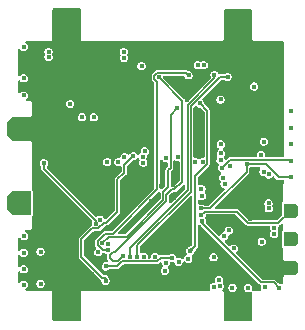
<source format=gbr>
%TF.GenerationSoftware,KiCad,Pcbnew,9.0.0*%
%TF.CreationDate,2025-03-28T18:18:21+01:00*%
%TF.ProjectId,cansatperso,63616e73-6174-4706-9572-736f2e6b6963,rev?*%
%TF.SameCoordinates,Original*%
%TF.FileFunction,Copper,L2,Inr*%
%TF.FilePolarity,Positive*%
%FSLAX46Y46*%
G04 Gerber Fmt 4.6, Leading zero omitted, Abs format (unit mm)*
G04 Created by KiCad (PCBNEW 9.0.0) date 2025-03-28 18:18:21*
%MOMM*%
%LPD*%
G01*
G04 APERTURE LIST*
G04 Aperture macros list*
%AMOutline5P*
0 Free polygon, 5 corners , with rotation*
0 The origin of the aperture is its center*
0 number of corners: always 5*
0 $1 to $10 corner X, Y*
0 $11 Rotation angle, in degrees counterclockwise*
0 create outline with 5 corners*
4,1,5,$1,$2,$3,$4,$5,$6,$7,$8,$9,$10,$1,$2,$11*%
%AMOutline6P*
0 Free polygon, 6 corners , with rotation*
0 The origin of the aperture is its center*
0 number of corners: always 6*
0 $1 to $12 corner X, Y*
0 $13 Rotation angle, in degrees counterclockwise*
0 create outline with 6 corners*
4,1,6,$1,$2,$3,$4,$5,$6,$7,$8,$9,$10,$11,$12,$1,$2,$13*%
%AMOutline7P*
0 Free polygon, 7 corners , with rotation*
0 The origin of the aperture is its center*
0 number of corners: always 7*
0 $1 to $14 corner X, Y*
0 $15 Rotation angle, in degrees counterclockwise*
0 create outline with 7 corners*
4,1,7,$1,$2,$3,$4,$5,$6,$7,$8,$9,$10,$11,$12,$13,$14,$1,$2,$15*%
%AMOutline8P*
0 Free polygon, 8 corners , with rotation*
0 The origin of the aperture is its center*
0 number of corners: always 8*
0 $1 to $16 corner X, Y*
0 $17 Rotation angle, in degrees counterclockwise*
0 create outline with 8 corners*
4,1,8,$1,$2,$3,$4,$5,$6,$7,$8,$9,$10,$11,$12,$13,$14,$15,$16,$1,$2,$17*%
%AMFreePoly0*
4,1,7,1.000000,0.600000,1.000000,-1.000000,-1.000000,-1.000000,-1.000000,0.600000,-0.600000,1.000000,0.600000,1.000000,1.000000,0.600000,1.000000,0.600000,$1*%
G04 Aperture macros list end*
%TA.AperFunction,ComponentPad*%
%ADD10C,2.200000*%
%TD*%
%TA.AperFunction,ComponentPad*%
%ADD11Outline6P,-0.600000X0.360000X-0.360000X0.600000X0.360000X0.600000X0.600000X0.360000X0.600000X-0.600000X-0.600000X-0.600000X270.000000*%
%TD*%
%TA.AperFunction,ComponentPad*%
%ADD12FreePoly0,90.000000*%
%TD*%
%TA.AperFunction,ViaPad*%
%ADD13C,0.400000*%
%TD*%
%TA.AperFunction,Conductor*%
%ADD14C,0.150000*%
%TD*%
G04 APERTURE END LIST*
D10*
%TO.N,GND*%
%TO.C,*%
X176700000Y-71600000D03*
%TD*%
%TO.N,GND*%
%TO.C,*%
X191200000Y-95400000D03*
%TD*%
D11*
%TO.N,TIM3_CHI_PWM4*%
%TO.C,REF\u002A\u002A2*%
X195660000Y-87340000D03*
%TD*%
D12*
%TO.N,GND*%
%TO.C,*%
X172680000Y-80400000D03*
%TD*%
D11*
%TO.N,+5V*%
%TO.C,REF\u002A\u002A1*%
X195660000Y-89740000D03*
%TD*%
D10*
%TO.N,GND*%
%TO.C,*%
X176700000Y-95400000D03*
%TD*%
%TO.N,GND*%
%TO.C,*%
X191200000Y-71600000D03*
%TD*%
D11*
%TO.N,GND*%
%TO.C,REF\u002A\u002A*%
X195660000Y-92190000D03*
%TD*%
D12*
%TO.N,VIN*%
%TO.C,REF\u002A\u002A*%
X172675000Y-86705000D03*
%TD*%
D13*
%TO.N,+3.3V*%
X190420521Y-89010521D03*
%TO.N,ADC1_IN2_CURR*%
X174500000Y-90800000D03*
%TO.N,+3.3V*%
X179000000Y-79425000D03*
%TO.N,GND*%
X176000000Y-79425000D03*
%TO.N,I2C1_SDA*%
X178000000Y-79425000D03*
X181600000Y-82800000D03*
%TO.N,GND*%
X176360000Y-93120000D03*
X184730000Y-85210000D03*
X176140000Y-82470000D03*
X194760000Y-76690000D03*
X195710000Y-81720000D03*
X192250000Y-88020000D03*
X182160000Y-85940000D03*
X188060000Y-80840000D03*
X191100000Y-73300000D03*
X174140000Y-76740000D03*
X186860000Y-77390000D03*
X182600000Y-73300000D03*
X189650000Y-79120000D03*
X190880000Y-79060000D03*
X175390000Y-93170000D03*
X194680000Y-91940000D03*
X180900000Y-73300000D03*
X185500000Y-89530000D03*
X183680000Y-78680000D03*
X178400000Y-90820000D03*
X173080000Y-74720000D03*
X186880000Y-77930000D03*
X186810000Y-92670000D03*
X182750000Y-85180000D03*
X194760000Y-85190000D03*
X186380000Y-89540000D03*
X183870000Y-86560000D03*
X185770000Y-86240000D03*
X175330000Y-93790000D03*
X182730000Y-75760000D03*
X179340000Y-84110000D03*
X191820000Y-87500000D03*
X192290000Y-91270000D03*
X177500000Y-73300000D03*
X188800000Y-87800000D03*
X174340000Y-78550000D03*
X183840000Y-85180000D03*
X176300000Y-92500000D03*
X183670000Y-77690000D03*
X187970000Y-90257500D03*
X178860000Y-92680000D03*
X187700000Y-73300000D03*
X184670000Y-89530000D03*
X184040000Y-93547500D03*
X182700000Y-93770000D03*
X194580000Y-91267500D03*
X189400000Y-73300000D03*
X174340000Y-80170000D03*
X178930000Y-93810000D03*
X189690000Y-80400000D03*
X182750000Y-86610000D03*
X179200000Y-73300000D03*
X181370000Y-87230000D03*
X192770000Y-77880000D03*
X178130000Y-84070000D03*
X181100000Y-79200000D03*
X192420000Y-91820000D03*
X189020000Y-78290000D03*
X174000000Y-90300000D03*
X183600000Y-79750000D03*
X191330000Y-77620000D03*
X185670000Y-85170000D03*
X181840000Y-86720000D03*
X194760000Y-80090000D03*
X181000000Y-93770000D03*
X177480000Y-92630000D03*
X184300000Y-73300000D03*
X177600000Y-93770000D03*
X186000000Y-73300000D03*
X188010000Y-79360000D03*
X192600000Y-87500000D03*
%TO.N,+3.3V*%
X193380000Y-84040000D03*
X190050000Y-89495521D03*
X189750000Y-81710000D03*
X193800000Y-86700000D03*
X189950000Y-84530000D03*
X187800000Y-75020000D03*
X190070000Y-85070000D03*
X193830000Y-84270000D03*
X195710000Y-80320000D03*
X173070000Y-76130000D03*
X186180000Y-91660000D03*
X188320000Y-75010000D03*
X185110000Y-91730000D03*
X181090000Y-83220000D03*
X192570000Y-76830000D03*
X183050000Y-75090000D03*
X193816587Y-87131306D03*
X187000000Y-91430000D03*
X193150000Y-82610000D03*
X185020000Y-92422500D03*
X180140000Y-83220000D03*
%TO.N,NRST*%
X173080000Y-93590000D03*
X179380000Y-90850660D03*
%TO.N,USART3_RX*%
X180000000Y-93270000D03*
%TO.N,SDDETECT*%
X193396250Y-81483750D03*
X184190000Y-91260000D03*
%TO.N,+5V*%
X189147500Y-91280000D03*
X193490000Y-93810000D03*
X181560000Y-74390000D03*
X173070000Y-73460000D03*
X181541494Y-73890340D03*
X175170000Y-73890000D03*
X175170000Y-74330000D03*
X194280000Y-88840000D03*
X194280000Y-89310000D03*
X195710000Y-78920000D03*
%TO.N,ADC1_IN3_VBAT*%
X174770000Y-83300000D03*
X179180000Y-88470000D03*
%TO.N,ADC1_IN2_CURR*%
X179541191Y-88089171D03*
%TO.N,I2C3_SDA_ACCEL*%
X185110000Y-82870000D03*
X195710000Y-83120000D03*
X189860000Y-83705000D03*
%TO.N,I2C1_SCL*%
X177000000Y-78300000D03*
%TO.N,I2C3_SCL_ACCEL*%
X188090000Y-87150000D03*
X191937000Y-83410000D03*
X195710000Y-84520000D03*
%TO.N,3.3VEN*%
X189655249Y-93721215D03*
X189160000Y-93790000D03*
X189740000Y-77920000D03*
X190530166Y-83559834D03*
X189610000Y-93200000D03*
%TO.N,SPI1_CS_SD*%
X182650000Y-91240000D03*
X190330000Y-76010000D03*
%TO.N,SPI1_MISO_SD*%
X181480000Y-91210000D03*
X184510000Y-76050000D03*
%TO.N,SPI1_SCK_SD*%
X180225170Y-90704168D03*
X187020000Y-75880000D03*
%TO.N,SPI1_MOSI_SD*%
X189220000Y-75840000D03*
X182060000Y-91220000D03*
%TO.N,USART1_RX_GPS*%
X189730000Y-83060000D03*
X183132230Y-82772331D03*
%TO.N,USART1_TX_GPS*%
X183185000Y-83269541D03*
X189760000Y-82490000D03*
%TO.N,LPUART1_RX_RADIO*%
X186065000Y-78680000D03*
X179690000Y-90100000D03*
%TO.N,LPUART1_TX_RADIO*%
X187160000Y-90760000D03*
X187976943Y-78256943D03*
%TO.N,GPIO_EXTI1*%
X173070000Y-77580000D03*
X183230000Y-91230000D03*
%TO.N,SWO*%
X183310000Y-82305000D03*
X173090000Y-89490000D03*
%TO.N,SWDIO*%
X188230000Y-83220000D03*
X173070000Y-92300000D03*
%TO.N,I2C1_SCL*%
X186100000Y-82800000D03*
%TO.N,SWCLK{slash}I2C1_SDA*%
X173070000Y-90900000D03*
X187585000Y-83220000D03*
%TO.N,TIM3_CHI_PWM4*%
X188120000Y-87730000D03*
%TO.N,USART3_TX*%
X185620000Y-91330000D03*
X180020000Y-92060000D03*
%TO.N,D+*%
X193220000Y-89955000D03*
X188120000Y-85490000D03*
%TO.N,D-*%
X190860000Y-90540000D03*
X188150000Y-86110000D03*
%TO.N,PWEN*%
X188180000Y-88240000D03*
X194690000Y-93860000D03*
%TO.N,USBD+*%
X192060000Y-93870000D03*
%TO.N,USBD-*%
X190740000Y-93860000D03*
%TO.N,ADC2_IN17*%
X180190000Y-90150000D03*
X174500000Y-93530000D03*
%TO.N,USART3_RX*%
X182345000Y-82715000D03*
%TD*%
D14*
%TO.N,SPI1_SCK_SD*%
X186815000Y-75675000D02*
X187020000Y-75880000D01*
X184354669Y-75675000D02*
X186815000Y-75675000D01*
X184135000Y-75894669D02*
X184354669Y-75675000D01*
X184135000Y-76205331D02*
X184135000Y-75894669D01*
X184354669Y-85545331D02*
X184354669Y-76425000D01*
X184354669Y-76425000D02*
X184135000Y-76205331D01*
X180610000Y-89290000D02*
X184354669Y-85545331D01*
X179969669Y-89290000D02*
X180610000Y-89290000D01*
X179315000Y-90255331D02*
X179315000Y-89944669D01*
X179763837Y-90704168D02*
X179315000Y-90255331D01*
X179315000Y-89944669D02*
X179969669Y-89290000D01*
X180225170Y-90704168D02*
X179763837Y-90704168D01*
%TO.N,LPUART1_RX_RADIO*%
X180250000Y-89540000D02*
X179690000Y-90100000D01*
X184895000Y-86441446D02*
X181796446Y-89540000D01*
X185295000Y-85325331D02*
X184895000Y-85725331D01*
X185295000Y-83905000D02*
X185295000Y-85325331D01*
X181796446Y-89540000D02*
X180250000Y-89540000D01*
X185500000Y-79245000D02*
X185500000Y-83700000D01*
X186065000Y-78680000D02*
X185500000Y-79245000D01*
X184895000Y-85725331D02*
X184895000Y-86441446D01*
X185500000Y-83700000D02*
X185295000Y-83905000D01*
%TO.N,USART3_RX*%
X181580000Y-83480000D02*
X182345000Y-82715000D01*
X181580000Y-84110000D02*
X181580000Y-83480000D01*
X180995000Y-84695000D02*
X181580000Y-84110000D01*
X180995000Y-87418554D02*
X180995000Y-84695000D01*
X180068554Y-88345000D02*
X180995000Y-87418554D01*
X177950000Y-89770000D02*
X178875000Y-88845000D01*
X178875000Y-88845000D02*
X179395000Y-88845000D01*
X177950000Y-91220000D02*
X177950000Y-89770000D01*
X179730000Y-93000000D02*
X177950000Y-91220000D01*
X179395000Y-88845000D02*
X179895000Y-88345000D01*
X180000000Y-93000000D02*
X179730000Y-93000000D01*
X179895000Y-88345000D02*
X180068554Y-88345000D01*
%TO.N,USART3_TX*%
X184345331Y-91635000D02*
X184650331Y-91330000D01*
X180983554Y-92060000D02*
X181408554Y-91635000D01*
X180180000Y-92060000D02*
X180983554Y-92060000D01*
X180020000Y-91900000D02*
X180180000Y-92060000D01*
X184650331Y-91330000D02*
X185620000Y-91330000D01*
X181408554Y-91635000D02*
X184345331Y-91635000D01*
%TO.N,ADC1_IN3_VBAT*%
X179180000Y-88190000D02*
X174770000Y-83780000D01*
X179180000Y-88470000D02*
X179180000Y-88190000D01*
X174770000Y-83780000D02*
X174770000Y-83300000D01*
%TO.N,I2C3_SDA_ACCEL*%
X195625000Y-83035000D02*
X195710000Y-83120000D01*
X189860000Y-83705000D02*
X189860000Y-83699669D01*
X189860000Y-83699669D02*
X190524669Y-83035000D01*
X190524669Y-83035000D02*
X195625000Y-83035000D01*
%TO.N,I2C3_SCL_ACCEL*%
X191937000Y-83410000D02*
X193550000Y-83410000D01*
X188820331Y-87150000D02*
X191937000Y-84033331D01*
X191937000Y-84033331D02*
X191937000Y-83410000D01*
X188090000Y-87150000D02*
X188820331Y-87150000D01*
X193550000Y-83410000D02*
X194660000Y-84520000D01*
X194660000Y-84520000D02*
X195710000Y-84520000D01*
%TO.N,SPI1_CS_SD*%
X187210000Y-78493554D02*
X187210000Y-85720000D01*
X189693554Y-76010000D02*
X187210000Y-78493554D01*
X190330000Y-76010000D02*
X189693554Y-76010000D01*
X187210000Y-85720000D02*
X182650000Y-90280000D01*
X182650000Y-90280000D02*
X182650000Y-91240000D01*
%TO.N,SPI1_MISO_SD*%
X180604669Y-91605000D02*
X180385000Y-91385331D01*
X185825331Y-85545000D02*
X186500000Y-84870331D01*
X181480000Y-91210000D02*
X181085000Y-91605000D01*
X180835000Y-90855000D02*
X185145000Y-86545000D01*
X180604669Y-90855000D02*
X180835000Y-90855000D01*
X185145000Y-86545000D02*
X185145000Y-85981115D01*
X186500000Y-78040000D02*
X184510000Y-76050000D01*
X181085000Y-91605000D02*
X180604669Y-91605000D01*
X180385000Y-91385331D02*
X180385000Y-91074669D01*
X185581115Y-85545000D02*
X185825331Y-85545000D01*
X186500000Y-84870331D02*
X186500000Y-78040000D01*
X180385000Y-91074669D02*
X180604669Y-90855000D01*
X185145000Y-85981115D02*
X185581115Y-85545000D01*
%TO.N,SPI1_MOSI_SD*%
X186960000Y-78390000D02*
X186960000Y-85600000D01*
X189220000Y-75840000D02*
X189220000Y-76130000D01*
X186960000Y-85600000D02*
X182060000Y-90500000D01*
X189220000Y-76130000D02*
X186960000Y-78390000D01*
X182060000Y-90500000D02*
X182060000Y-91220000D01*
%TO.N,LPUART1_TX_RADIO*%
X187580000Y-90340000D02*
X187160000Y-90760000D01*
X188605000Y-83375331D02*
X187580000Y-84400331D01*
X187580000Y-84400331D02*
X187580000Y-90340000D01*
X187976943Y-78256943D02*
X188605000Y-78885000D01*
X188605000Y-78885000D02*
X188605000Y-83375331D01*
%TO.N,TIM3_CHI_PWM4*%
X191124669Y-87425000D02*
X192094669Y-88395000D01*
X194605000Y-88395000D02*
X195660000Y-87340000D01*
X188425000Y-87425000D02*
X191124669Y-87425000D01*
X188120000Y-87730000D02*
X188425000Y-87425000D01*
X192094669Y-88395000D02*
X194605000Y-88395000D01*
%TO.N,PWEN*%
X193835331Y-93395000D02*
X193184669Y-93395000D01*
X193184669Y-93395000D02*
X188180000Y-88390331D01*
X194690000Y-93860000D02*
X194230000Y-93400000D01*
X193840331Y-93400000D02*
X193835331Y-93395000D01*
X194230000Y-93400000D02*
X193840331Y-93400000D01*
X188180000Y-88390331D02*
X188180000Y-88240000D01*
%TD*%
%TA.AperFunction,Conductor*%
%TO.N,GND*%
G36*
X177899500Y-94219107D02*
G01*
X177899464Y-94238825D01*
X177899500Y-94238912D01*
X177899500Y-96575500D01*
X177879815Y-96642539D01*
X177827011Y-96688294D01*
X177775500Y-96699500D01*
X175624493Y-96699500D01*
X175557454Y-96679815D01*
X175511699Y-96627011D01*
X175500493Y-96575501D01*
X175500467Y-94215606D01*
X175500467Y-94215387D01*
X175500494Y-94200000D01*
X177899500Y-94200000D01*
X177899500Y-94219107D01*
G37*
%TD.AperFunction*%
%TA.AperFunction,Conductor*%
G36*
X190693856Y-94210500D02*
G01*
X190693858Y-94210500D01*
X190786142Y-94210500D01*
X190786144Y-94210500D01*
X190825331Y-94200000D01*
X191937349Y-94200000D01*
X192013856Y-94220500D01*
X192013858Y-94220500D01*
X192106142Y-94220500D01*
X192106144Y-94220500D01*
X192182651Y-94200000D01*
X192353340Y-94200000D01*
X192390616Y-94247397D01*
X192399500Y-94293486D01*
X192399500Y-96575500D01*
X192379815Y-96642539D01*
X192327011Y-96688294D01*
X192275500Y-96699500D01*
X190124494Y-96699500D01*
X190057455Y-96679815D01*
X190011700Y-96627011D01*
X190000494Y-96575504D01*
X190000426Y-94241145D01*
X190000426Y-94240911D01*
X190000463Y-94220965D01*
X190000426Y-94220875D01*
X190000426Y-94220778D01*
X189998193Y-94215387D01*
X189992855Y-94202500D01*
X189992767Y-94202288D01*
X189991824Y-94200000D01*
X190654669Y-94200000D01*
X190693856Y-94210500D01*
G37*
%TD.AperFunction*%
%TD*%
%TA.AperFunction,Conductor*%
%TO.N,GND*%
G36*
X177842539Y-70220185D02*
G01*
X177888294Y-70272989D01*
X177899500Y-70324500D01*
X177899500Y-72859992D01*
X177914799Y-72896928D01*
X177914800Y-72896929D01*
X177943071Y-72925200D01*
X177980009Y-72940500D01*
X177980011Y-72940500D01*
X189919989Y-72940500D01*
X189919991Y-72940500D01*
X189956929Y-72925200D01*
X189985200Y-72896929D01*
X190000500Y-72859991D01*
X190000500Y-70424500D01*
X190020185Y-70357461D01*
X190072989Y-70311706D01*
X190124500Y-70300500D01*
X192275500Y-70300500D01*
X192342539Y-70320185D01*
X192388294Y-70372989D01*
X192399500Y-70424500D01*
X192399500Y-72859992D01*
X192414799Y-72896928D01*
X192414800Y-72896929D01*
X192443071Y-72925200D01*
X192480009Y-72940500D01*
X192519991Y-72940500D01*
X193393822Y-72940500D01*
X193400000Y-73200000D01*
X174900000Y-73400000D01*
X174889060Y-72940500D01*
X175419989Y-72940500D01*
X175419991Y-72940500D01*
X175456929Y-72925200D01*
X175485200Y-72896929D01*
X175500500Y-72859991D01*
X175500500Y-70324500D01*
X175520185Y-70257461D01*
X175572989Y-70211706D01*
X175624500Y-70200500D01*
X177775500Y-70200500D01*
X177842539Y-70220185D01*
G37*
%TD.AperFunction*%
%TD*%
%TA.AperFunction,Conductor*%
%TO.N,GND*%
G36*
X174900000Y-73400000D02*
G01*
X193400000Y-73200000D01*
X193393821Y-72940500D01*
X194945500Y-72940500D01*
X195012539Y-72960185D01*
X195058294Y-73012989D01*
X195069500Y-73064500D01*
X195069500Y-78249992D01*
X195084799Y-78286928D01*
X195108511Y-78310640D01*
X195141996Y-78371963D01*
X195144830Y-78398437D01*
X195140814Y-82685616D01*
X195121067Y-82752637D01*
X195068220Y-82798343D01*
X195016814Y-82809500D01*
X193621008Y-82809500D01*
X193553969Y-82789815D01*
X193508214Y-82737011D01*
X193498270Y-82667853D01*
X193500191Y-82658484D01*
X193500500Y-82656142D01*
X193500500Y-82563858D01*
X193500500Y-82563856D01*
X193476614Y-82474712D01*
X193475849Y-82473387D01*
X193430473Y-82394794D01*
X193430470Y-82394791D01*
X193430469Y-82394788D01*
X193365212Y-82329531D01*
X193365209Y-82329529D01*
X193365205Y-82329526D01*
X193285293Y-82283388D01*
X193285290Y-82283387D01*
X193285289Y-82283386D01*
X193285288Y-82283386D01*
X193196144Y-82259500D01*
X193103856Y-82259500D01*
X193014712Y-82283386D01*
X193014711Y-82283386D01*
X193014709Y-82283387D01*
X193014706Y-82283388D01*
X192934794Y-82329526D01*
X192934785Y-82329533D01*
X192869533Y-82394785D01*
X192869526Y-82394794D01*
X192823388Y-82474706D01*
X192823387Y-82474709D01*
X192823386Y-82474711D01*
X192823386Y-82474712D01*
X192808459Y-82530420D01*
X192799500Y-82563856D01*
X192799500Y-82656142D01*
X192800561Y-82664200D01*
X192798503Y-82664470D01*
X192797104Y-82723257D01*
X192757941Y-82781119D01*
X192693713Y-82808623D01*
X192678992Y-82809500D01*
X190583966Y-82809500D01*
X190583958Y-82809499D01*
X190569524Y-82809499D01*
X190479814Y-82809499D01*
X190479813Y-82809499D01*
X190427934Y-82830989D01*
X190427933Y-82830988D01*
X190396934Y-82843829D01*
X190396931Y-82843831D01*
X190333500Y-82907262D01*
X190333499Y-82907264D01*
X190333498Y-82907265D01*
X190295824Y-82944939D01*
X190263307Y-82977456D01*
X190201983Y-83010940D01*
X190132292Y-83005955D01*
X190076358Y-82964084D01*
X190060685Y-82931817D01*
X190059722Y-82932216D01*
X190056613Y-82924710D01*
X190039555Y-82895166D01*
X190017935Y-82857720D01*
X190001462Y-82789822D01*
X190024313Y-82723795D01*
X190037640Y-82708040D01*
X190040469Y-82705212D01*
X190086614Y-82625288D01*
X190110500Y-82536144D01*
X190110500Y-82443856D01*
X190086614Y-82354712D01*
X190084554Y-82351144D01*
X190040473Y-82274794D01*
X190040470Y-82274791D01*
X190040469Y-82274788D01*
X189975212Y-82209531D01*
X189966497Y-82204499D01*
X189918282Y-82153933D01*
X189905059Y-82085326D01*
X189931027Y-82020461D01*
X189959229Y-81996025D01*
X189958763Y-81995417D01*
X189965204Y-81990473D01*
X189965212Y-81990469D01*
X190030469Y-81925212D01*
X190076614Y-81845288D01*
X190100500Y-81756144D01*
X190100500Y-81663856D01*
X190076614Y-81574712D01*
X190030469Y-81494788D01*
X189973287Y-81437606D01*
X193045750Y-81437606D01*
X193045750Y-81529894D01*
X193066391Y-81606929D01*
X193069637Y-81619040D01*
X193069638Y-81619043D01*
X193115776Y-81698955D01*
X193115779Y-81698959D01*
X193115781Y-81698962D01*
X193181038Y-81764219D01*
X193181041Y-81764220D01*
X193181044Y-81764223D01*
X193260956Y-81810361D01*
X193260957Y-81810361D01*
X193260962Y-81810364D01*
X193350106Y-81834250D01*
X193350108Y-81834250D01*
X193442392Y-81834250D01*
X193442394Y-81834250D01*
X193531538Y-81810364D01*
X193611462Y-81764219D01*
X193676719Y-81698962D01*
X193722864Y-81619038D01*
X193746750Y-81529894D01*
X193746750Y-81437606D01*
X193722864Y-81348462D01*
X193722861Y-81348456D01*
X193676723Y-81268544D01*
X193676720Y-81268541D01*
X193676719Y-81268538D01*
X193611462Y-81203281D01*
X193611459Y-81203279D01*
X193611455Y-81203276D01*
X193531543Y-81157138D01*
X193531540Y-81157137D01*
X193531539Y-81157136D01*
X193531538Y-81157136D01*
X193442394Y-81133250D01*
X193350106Y-81133250D01*
X193260962Y-81157136D01*
X193260961Y-81157136D01*
X193260959Y-81157137D01*
X193260956Y-81157138D01*
X193181044Y-81203276D01*
X193181035Y-81203283D01*
X193115783Y-81268535D01*
X193115776Y-81268544D01*
X193069638Y-81348456D01*
X193069637Y-81348459D01*
X193069636Y-81348461D01*
X193069636Y-81348462D01*
X193045750Y-81437606D01*
X189973287Y-81437606D01*
X189965212Y-81429531D01*
X189965209Y-81429529D01*
X189965205Y-81429526D01*
X189885293Y-81383388D01*
X189885290Y-81383387D01*
X189885289Y-81383386D01*
X189885288Y-81383386D01*
X189796144Y-81359500D01*
X189703856Y-81359500D01*
X189614712Y-81383386D01*
X189614711Y-81383386D01*
X189614709Y-81383387D01*
X189614706Y-81383388D01*
X189534794Y-81429526D01*
X189534785Y-81429533D01*
X189469533Y-81494785D01*
X189469526Y-81494794D01*
X189423388Y-81574706D01*
X189423387Y-81574709D01*
X189423386Y-81574711D01*
X189423386Y-81574712D01*
X189399500Y-81663856D01*
X189399500Y-81756144D01*
X189420428Y-81834250D01*
X189423387Y-81845290D01*
X189423388Y-81845293D01*
X189469526Y-81925205D01*
X189469529Y-81925209D01*
X189469531Y-81925212D01*
X189534788Y-81990469D01*
X189543499Y-81995498D01*
X189591715Y-82046064D01*
X189604940Y-82114670D01*
X189578973Y-82179536D01*
X189550771Y-82203976D01*
X189551237Y-82204583D01*
X189544785Y-82209533D01*
X189479533Y-82274785D01*
X189479526Y-82274794D01*
X189433388Y-82354706D01*
X189433387Y-82354709D01*
X189433386Y-82354711D01*
X189433386Y-82354712D01*
X189409500Y-82443856D01*
X189409500Y-82536144D01*
X189433019Y-82623920D01*
X189433387Y-82625290D01*
X189433388Y-82625293D01*
X189472063Y-82692278D01*
X189488537Y-82760177D01*
X189465685Y-82826205D01*
X189452363Y-82841955D01*
X189449536Y-82844782D01*
X189449526Y-82844794D01*
X189403388Y-82924706D01*
X189403387Y-82924709D01*
X189403387Y-82924710D01*
X189403386Y-82924712D01*
X189379500Y-83013856D01*
X189379500Y-83106144D01*
X189402368Y-83191489D01*
X189403387Y-83195290D01*
X189403388Y-83195293D01*
X189449526Y-83275205D01*
X189449529Y-83275209D01*
X189449531Y-83275212D01*
X189514788Y-83340469D01*
X189514789Y-83340470D01*
X189514791Y-83340471D01*
X189520616Y-83343834D01*
X189568831Y-83394402D01*
X189582052Y-83463010D01*
X189566001Y-83513220D01*
X189533387Y-83569708D01*
X189533387Y-83569709D01*
X189533386Y-83569711D01*
X189533386Y-83569712D01*
X189509500Y-83658856D01*
X189509500Y-83751144D01*
X189532225Y-83835956D01*
X189533387Y-83840290D01*
X189533388Y-83840293D01*
X189579526Y-83920205D01*
X189579529Y-83920209D01*
X189579531Y-83920212D01*
X189644788Y-83985469D01*
X189644791Y-83985470D01*
X189644794Y-83985473D01*
X189731751Y-84035679D01*
X189730079Y-84038574D01*
X189772379Y-84072595D01*
X189794507Y-84138868D01*
X189777292Y-84206584D01*
X189740220Y-84243257D01*
X189741237Y-84244583D01*
X189734785Y-84249533D01*
X189669533Y-84314785D01*
X189669526Y-84314794D01*
X189623388Y-84394706D01*
X189623387Y-84394709D01*
X189623386Y-84394711D01*
X189623386Y-84394712D01*
X189599500Y-84483856D01*
X189599500Y-84576144D01*
X189619328Y-84650145D01*
X189623387Y-84665290D01*
X189623388Y-84665293D01*
X189669526Y-84745205D01*
X189669533Y-84745214D01*
X189718670Y-84794351D01*
X189752155Y-84855674D01*
X189747171Y-84925366D01*
X189745555Y-84929474D01*
X189743387Y-84934709D01*
X189743386Y-84934711D01*
X189743386Y-84934712D01*
X189719500Y-85023856D01*
X189719500Y-85116144D01*
X189741146Y-85196929D01*
X189743387Y-85205290D01*
X189743388Y-85205293D01*
X189789526Y-85285205D01*
X189789529Y-85285209D01*
X189789531Y-85285212D01*
X189854788Y-85350469D01*
X189854791Y-85350470D01*
X189854794Y-85350473D01*
X189934706Y-85396611D01*
X189934707Y-85396612D01*
X189934709Y-85396612D01*
X189934712Y-85396614D01*
X189979712Y-85408671D01*
X190039371Y-85445036D01*
X190069900Y-85507883D01*
X190061605Y-85577259D01*
X190035298Y-85616127D01*
X188763245Y-86888181D01*
X188701922Y-86921666D01*
X188675564Y-86924500D01*
X188411543Y-86924500D01*
X188344504Y-86904815D01*
X188323862Y-86888181D01*
X188305214Y-86869533D01*
X188305212Y-86869531D01*
X188305209Y-86869529D01*
X188305205Y-86869526D01*
X188225293Y-86823388D01*
X188225290Y-86823387D01*
X188225289Y-86823386D01*
X188225288Y-86823386D01*
X188136144Y-86799500D01*
X188043856Y-86799500D01*
X187961593Y-86821542D01*
X187936598Y-86820946D01*
X187911853Y-86824505D01*
X187902272Y-86820129D01*
X187891743Y-86819879D01*
X187871039Y-86805866D01*
X187848297Y-86795480D01*
X187842602Y-86786618D01*
X187833881Y-86780716D01*
X187824040Y-86757735D01*
X187810523Y-86736702D01*
X187808243Y-86720844D01*
X187806377Y-86716487D01*
X187805500Y-86701767D01*
X187805500Y-86530599D01*
X187825185Y-86463560D01*
X187877989Y-86417805D01*
X187947147Y-86407861D01*
X187991503Y-86423214D01*
X188014708Y-86436612D01*
X188014709Y-86436612D01*
X188014712Y-86436614D01*
X188103856Y-86460500D01*
X188103858Y-86460500D01*
X188196142Y-86460500D01*
X188196144Y-86460500D01*
X188285288Y-86436614D01*
X188365212Y-86390469D01*
X188430469Y-86325212D01*
X188476614Y-86245288D01*
X188500500Y-86156144D01*
X188500500Y-86063856D01*
X188476614Y-85974712D01*
X188469893Y-85963071D01*
X188430473Y-85894794D01*
X188430470Y-85894791D01*
X188430469Y-85894788D01*
X188408079Y-85872398D01*
X188374594Y-85811075D01*
X188379578Y-85741383D01*
X188397389Y-85709224D01*
X188400460Y-85705220D01*
X188400469Y-85705212D01*
X188446614Y-85625288D01*
X188470500Y-85536144D01*
X188470500Y-85443856D01*
X188446614Y-85354712D01*
X188444167Y-85350473D01*
X188400473Y-85274794D01*
X188400470Y-85274791D01*
X188400469Y-85274788D01*
X188335212Y-85209531D01*
X188335209Y-85209529D01*
X188335205Y-85209526D01*
X188255293Y-85163388D01*
X188255290Y-85163387D01*
X188255289Y-85163386D01*
X188255288Y-85163386D01*
X188166144Y-85139500D01*
X188073856Y-85139500D01*
X187984712Y-85163386D01*
X187984711Y-85163386D01*
X187984709Y-85163387D01*
X187977198Y-85166498D01*
X187975864Y-85163279D01*
X187923474Y-85175933D01*
X187857471Y-85153013D01*
X187814336Y-85098048D01*
X187805500Y-85052079D01*
X187805500Y-84545097D01*
X187825185Y-84478058D01*
X187841815Y-84457420D01*
X188732734Y-83566501D01*
X188732736Y-83566501D01*
X188796170Y-83503067D01*
X188816140Y-83454855D01*
X188830501Y-83420186D01*
X188830501Y-83330476D01*
X188830501Y-83320487D01*
X188830500Y-83320473D01*
X188830500Y-78955772D01*
X188830500Y-78929857D01*
X188830501Y-78929855D01*
X188830501Y-78840146D01*
X188796170Y-78757265D01*
X188796170Y-78757264D01*
X188732736Y-78693830D01*
X188725671Y-78686765D01*
X188725664Y-78686759D01*
X188363762Y-78324857D01*
X188330277Y-78263534D01*
X188327443Y-78237176D01*
X188327443Y-78210801D01*
X188327443Y-78210799D01*
X188303557Y-78121655D01*
X188288052Y-78094800D01*
X188257416Y-78041737D01*
X188257413Y-78041734D01*
X188257412Y-78041731D01*
X188206750Y-77991069D01*
X188202411Y-77983123D01*
X188195164Y-77977698D01*
X188185929Y-77952938D01*
X188173265Y-77929746D01*
X188173910Y-77920716D01*
X188170747Y-77912234D01*
X188176363Y-77886413D01*
X188177261Y-77873856D01*
X189389500Y-77873856D01*
X189389500Y-77966144D01*
X189409753Y-78041731D01*
X189413387Y-78055290D01*
X189413388Y-78055293D01*
X189459526Y-78135205D01*
X189459529Y-78135209D01*
X189459531Y-78135212D01*
X189524788Y-78200469D01*
X189524791Y-78200470D01*
X189524794Y-78200473D01*
X189604706Y-78246611D01*
X189604707Y-78246611D01*
X189604712Y-78246614D01*
X189693856Y-78270500D01*
X189693858Y-78270500D01*
X189786142Y-78270500D01*
X189786144Y-78270500D01*
X189875288Y-78246614D01*
X189955212Y-78200469D01*
X190020469Y-78135212D01*
X190066614Y-78055288D01*
X190090500Y-77966144D01*
X190090500Y-77873856D01*
X190066614Y-77784712D01*
X190066611Y-77784706D01*
X190020473Y-77704794D01*
X190020470Y-77704791D01*
X190020469Y-77704788D01*
X189955212Y-77639531D01*
X189955209Y-77639529D01*
X189955205Y-77639526D01*
X189875293Y-77593388D01*
X189875290Y-77593387D01*
X189875289Y-77593386D01*
X189875288Y-77593386D01*
X189786144Y-77569500D01*
X189693856Y-77569500D01*
X189604712Y-77593386D01*
X189604711Y-77593386D01*
X189604709Y-77593387D01*
X189604706Y-77593388D01*
X189524794Y-77639526D01*
X189524785Y-77639533D01*
X189459533Y-77704785D01*
X189459526Y-77704794D01*
X189413388Y-77784706D01*
X189413387Y-77784709D01*
X189413386Y-77784711D01*
X189413386Y-77784712D01*
X189389500Y-77873856D01*
X188177261Y-77873856D01*
X188178249Y-77860054D01*
X188184067Y-77851000D01*
X188185599Y-77843961D01*
X188206746Y-77815711D01*
X189238602Y-76783856D01*
X192219500Y-76783856D01*
X192219500Y-76876143D01*
X192243387Y-76965290D01*
X192243388Y-76965293D01*
X192289526Y-77045205D01*
X192289529Y-77045209D01*
X192289531Y-77045212D01*
X192354788Y-77110469D01*
X192354791Y-77110470D01*
X192354794Y-77110473D01*
X192434706Y-77156611D01*
X192434707Y-77156611D01*
X192434712Y-77156614D01*
X192523856Y-77180500D01*
X192523858Y-77180500D01*
X192616142Y-77180500D01*
X192616144Y-77180500D01*
X192705288Y-77156614D01*
X192785212Y-77110469D01*
X192850469Y-77045212D01*
X192896614Y-76965288D01*
X192920500Y-76876144D01*
X192920500Y-76783856D01*
X192896614Y-76694712D01*
X192896611Y-76694706D01*
X192850473Y-76614794D01*
X192850470Y-76614791D01*
X192850469Y-76614788D01*
X192785212Y-76549531D01*
X192785209Y-76549529D01*
X192785205Y-76549526D01*
X192705293Y-76503388D01*
X192705290Y-76503387D01*
X192705289Y-76503386D01*
X192705288Y-76503386D01*
X192616144Y-76479500D01*
X192523856Y-76479500D01*
X192434712Y-76503386D01*
X192434711Y-76503386D01*
X192434709Y-76503387D01*
X192434706Y-76503388D01*
X192354794Y-76549526D01*
X192354785Y-76549533D01*
X192289533Y-76614785D01*
X192289526Y-76614794D01*
X192243388Y-76694706D01*
X192243387Y-76694709D01*
X192219500Y-76783856D01*
X189238602Y-76783856D01*
X189750640Y-76271819D01*
X189777567Y-76257115D01*
X189803386Y-76240523D01*
X189809586Y-76239631D01*
X189811963Y-76238334D01*
X189838321Y-76235500D01*
X190008457Y-76235500D01*
X190075496Y-76255185D01*
X190096138Y-76271819D01*
X190114788Y-76290469D01*
X190114791Y-76290470D01*
X190114794Y-76290473D01*
X190194706Y-76336611D01*
X190194707Y-76336611D01*
X190194712Y-76336614D01*
X190283856Y-76360500D01*
X190283858Y-76360500D01*
X190376142Y-76360500D01*
X190376144Y-76360500D01*
X190465288Y-76336614D01*
X190545212Y-76290469D01*
X190610469Y-76225212D01*
X190656614Y-76145288D01*
X190680500Y-76056144D01*
X190680500Y-75963856D01*
X190656614Y-75874712D01*
X190656611Y-75874706D01*
X190610473Y-75794794D01*
X190610470Y-75794791D01*
X190610469Y-75794788D01*
X190545212Y-75729531D01*
X190545209Y-75729529D01*
X190545205Y-75729526D01*
X190465293Y-75683388D01*
X190465290Y-75683387D01*
X190465289Y-75683386D01*
X190465288Y-75683386D01*
X190376144Y-75659500D01*
X190283856Y-75659500D01*
X190194712Y-75683386D01*
X190194711Y-75683386D01*
X190194709Y-75683387D01*
X190194706Y-75683388D01*
X190114794Y-75729526D01*
X190114785Y-75729533D01*
X190096138Y-75748181D01*
X190034815Y-75781666D01*
X190008457Y-75784500D01*
X189752850Y-75784500D01*
X189738410Y-75784499D01*
X189738409Y-75784499D01*
X189662516Y-75784499D01*
X189595476Y-75764814D01*
X189549722Y-75712009D01*
X189549721Y-75712007D01*
X189547955Y-75707948D01*
X189546614Y-75704710D01*
X189500473Y-75624794D01*
X189500470Y-75624791D01*
X189500469Y-75624788D01*
X189435212Y-75559531D01*
X189435209Y-75559529D01*
X189435205Y-75559526D01*
X189355293Y-75513388D01*
X189355290Y-75513387D01*
X189355289Y-75513386D01*
X189355288Y-75513386D01*
X189266144Y-75489500D01*
X189173856Y-75489500D01*
X189084712Y-75513386D01*
X189084711Y-75513386D01*
X189084709Y-75513387D01*
X189084706Y-75513388D01*
X189004794Y-75559526D01*
X189004785Y-75559533D01*
X188939533Y-75624785D01*
X188939526Y-75624794D01*
X188893388Y-75704706D01*
X188893387Y-75704709D01*
X188869500Y-75793856D01*
X188869500Y-75886143D01*
X188893386Y-75975290D01*
X188905262Y-75995859D01*
X188921733Y-76063760D01*
X188898880Y-76129786D01*
X188885555Y-76145539D01*
X186937182Y-78093912D01*
X186875859Y-78127397D01*
X186806167Y-78122413D01*
X186750234Y-78080541D01*
X186725817Y-78015077D01*
X186725501Y-78006231D01*
X186725501Y-77995146D01*
X186725501Y-77995145D01*
X186701225Y-77936539D01*
X186691170Y-77912264D01*
X186627736Y-77848830D01*
X186620671Y-77841765D01*
X186620664Y-77841759D01*
X184896819Y-76117914D01*
X184882115Y-76090986D01*
X184865523Y-76065168D01*
X184864631Y-76058967D01*
X184863334Y-76056591D01*
X184860500Y-76030233D01*
X184860500Y-76024500D01*
X184880185Y-75957461D01*
X184932989Y-75911706D01*
X184984500Y-75900500D01*
X186567480Y-75900500D01*
X186634519Y-75920185D01*
X186680274Y-75972989D01*
X186687254Y-75992405D01*
X186693385Y-76015286D01*
X186693388Y-76015293D01*
X186739526Y-76095205D01*
X186739529Y-76095209D01*
X186739531Y-76095212D01*
X186804788Y-76160469D01*
X186804791Y-76160470D01*
X186804794Y-76160473D01*
X186884706Y-76206611D01*
X186884707Y-76206611D01*
X186884712Y-76206614D01*
X186973856Y-76230500D01*
X186973858Y-76230500D01*
X187066142Y-76230500D01*
X187066144Y-76230500D01*
X187155288Y-76206614D01*
X187235212Y-76160469D01*
X187300469Y-76095212D01*
X187346614Y-76015288D01*
X187370500Y-75926144D01*
X187370500Y-75833856D01*
X187346614Y-75744712D01*
X187346611Y-75744706D01*
X187300473Y-75664794D01*
X187300470Y-75664791D01*
X187300469Y-75664788D01*
X187235212Y-75599531D01*
X187235209Y-75599529D01*
X187235205Y-75599526D01*
X187155293Y-75553388D01*
X187155290Y-75553387D01*
X187155289Y-75553386D01*
X187155288Y-75553386D01*
X187066144Y-75529500D01*
X187066143Y-75529500D01*
X187039769Y-75529500D01*
X186972730Y-75509815D01*
X186952088Y-75493181D01*
X186942737Y-75483830D01*
X186918457Y-75473772D01*
X186918457Y-75473771D01*
X186859858Y-75449500D01*
X186859856Y-75449499D01*
X186859855Y-75449499D01*
X186770145Y-75449499D01*
X186755711Y-75449499D01*
X186755703Y-75449500D01*
X184413966Y-75449500D01*
X184413958Y-75449499D01*
X184399524Y-75449499D01*
X184309814Y-75449499D01*
X184309812Y-75449499D01*
X184275482Y-75463719D01*
X184251208Y-75473774D01*
X184251206Y-75473774D01*
X184226933Y-75483829D01*
X184011545Y-75699217D01*
X184011540Y-75699222D01*
X184007265Y-75703498D01*
X184007264Y-75703499D01*
X183943830Y-75766933D01*
X183938625Y-75779500D01*
X183931570Y-75796531D01*
X183931568Y-75796534D01*
X183909499Y-75849811D01*
X183909499Y-75953957D01*
X183909500Y-75953966D01*
X183909500Y-76150473D01*
X183909499Y-76150487D01*
X183909499Y-76250184D01*
X183909500Y-76250189D01*
X183933772Y-76308788D01*
X183943829Y-76333066D01*
X183943830Y-76333067D01*
X184007264Y-76396501D01*
X184007265Y-76396501D01*
X184024705Y-76413941D01*
X184092850Y-76482086D01*
X184126335Y-76543409D01*
X184129169Y-76569767D01*
X184129169Y-85400564D01*
X184109484Y-85467603D01*
X184092850Y-85488245D01*
X180552914Y-89028181D01*
X180491591Y-89061666D01*
X180465233Y-89064500D01*
X180014526Y-89064500D01*
X180014524Y-89064499D01*
X179924815Y-89064499D01*
X179886186Y-89080500D01*
X179871224Y-89086697D01*
X179871219Y-89086698D01*
X179841935Y-89098827D01*
X179841933Y-89098829D01*
X179505317Y-89435446D01*
X179187265Y-89753498D01*
X179187264Y-89753499D01*
X179170297Y-89770466D01*
X179123829Y-89816933D01*
X179121156Y-89823388D01*
X179089499Y-89899811D01*
X179089499Y-90003957D01*
X179089500Y-90003966D01*
X179089500Y-90200473D01*
X179089499Y-90200487D01*
X179089499Y-90300186D01*
X179099692Y-90324794D01*
X179106182Y-90340460D01*
X179123830Y-90383067D01*
X179159411Y-90418648D01*
X179166514Y-90429589D01*
X179172929Y-90451071D01*
X179183675Y-90470750D01*
X179182734Y-90483901D01*
X179186508Y-90496537D01*
X179180290Y-90518078D01*
X179178691Y-90540442D01*
X179169876Y-90554156D01*
X179167132Y-90563666D01*
X179159443Y-90570390D01*
X179150190Y-90584789D01*
X179099533Y-90635445D01*
X179099526Y-90635454D01*
X179053388Y-90715366D01*
X179053387Y-90715369D01*
X179053386Y-90715371D01*
X179053386Y-90715372D01*
X179029500Y-90804516D01*
X179029500Y-90896804D01*
X179052525Y-90982736D01*
X179053387Y-90985950D01*
X179053388Y-90985953D01*
X179099526Y-91065865D01*
X179099529Y-91065869D01*
X179099531Y-91065872D01*
X179164788Y-91131129D01*
X179164791Y-91131130D01*
X179164794Y-91131133D01*
X179244706Y-91177271D01*
X179244707Y-91177271D01*
X179244712Y-91177274D01*
X179333856Y-91201160D01*
X179333858Y-91201160D01*
X179426142Y-91201160D01*
X179426144Y-91201160D01*
X179515288Y-91177274D01*
X179595212Y-91131129D01*
X179660469Y-91065872D01*
X179669959Y-91049435D01*
X179703313Y-90991667D01*
X179711999Y-90983384D01*
X179716986Y-90972465D01*
X179736819Y-90959718D01*
X179753880Y-90943452D01*
X179767135Y-90940236D01*
X179775764Y-90934691D01*
X179810699Y-90929668D01*
X179903627Y-90929668D01*
X179970666Y-90949353D01*
X179991308Y-90965987D01*
X180009958Y-90984637D01*
X180009961Y-90984638D01*
X180009964Y-90984641D01*
X180096921Y-91034847D01*
X180095214Y-91037801D01*
X180137331Y-91071716D01*
X180159419Y-91138003D01*
X180159500Y-91142473D01*
X180159500Y-91330473D01*
X180159499Y-91330487D01*
X180159499Y-91340476D01*
X180159499Y-91430186D01*
X180180324Y-91480460D01*
X180189681Y-91503050D01*
X180196470Y-91566216D01*
X180197147Y-91572521D01*
X180180771Y-91605232D01*
X180167069Y-91632603D01*
X180165869Y-91634999D01*
X180105778Y-91670649D01*
X180105773Y-91670648D01*
X180075118Y-91674499D01*
X179975144Y-91674499D01*
X179892265Y-91708830D01*
X179892262Y-91708831D01*
X179856023Y-91745070D01*
X179830351Y-91764770D01*
X179804788Y-91779530D01*
X179739530Y-91844789D01*
X179739526Y-91844794D01*
X179693388Y-91924706D01*
X179693387Y-91924709D01*
X179693386Y-91924711D01*
X179693386Y-91924712D01*
X179669500Y-92013856D01*
X179669500Y-92106144D01*
X179691362Y-92187736D01*
X179693387Y-92195290D01*
X179693388Y-92195293D01*
X179739526Y-92275205D01*
X179739529Y-92275209D01*
X179739531Y-92275212D01*
X179804788Y-92340469D01*
X179804791Y-92340470D01*
X179804794Y-92340473D01*
X179884706Y-92386611D01*
X179884707Y-92386611D01*
X179884712Y-92386614D01*
X179973856Y-92410500D01*
X179973858Y-92410500D01*
X180066142Y-92410500D01*
X180066144Y-92410500D01*
X180155288Y-92386614D01*
X180235212Y-92340469D01*
X180253862Y-92321819D01*
X180315185Y-92288334D01*
X180341543Y-92285500D01*
X180938697Y-92285500D01*
X180938699Y-92285501D01*
X181028409Y-92285501D01*
X181104805Y-92253856D01*
X181111290Y-92251170D01*
X181174724Y-92187736D01*
X181174724Y-92187734D01*
X181465641Y-91896816D01*
X181526963Y-91863334D01*
X181553321Y-91860500D01*
X184286034Y-91860500D01*
X184286042Y-91860501D01*
X184300476Y-91860501D01*
X184390183Y-91860501D01*
X184390186Y-91860501D01*
X184428117Y-91844789D01*
X184452955Y-91834501D01*
X184460064Y-91831555D01*
X184473067Y-91826170D01*
X184536501Y-91762736D01*
X184536501Y-91762735D01*
X184553934Y-91745302D01*
X184553938Y-91745296D01*
X184557674Y-91741560D01*
X184618995Y-91708077D01*
X184688687Y-91713061D01*
X184744620Y-91754933D01*
X184765127Y-91797148D01*
X184783385Y-91865287D01*
X184783388Y-91865293D01*
X184829526Y-91945205D01*
X184829533Y-91945214D01*
X184830984Y-91946665D01*
X184831816Y-91948189D01*
X184834478Y-91951658D01*
X184833937Y-91952073D01*
X184864469Y-92007988D01*
X184859485Y-92077680D01*
X184817613Y-92133613D01*
X184805310Y-92141729D01*
X184804794Y-92142026D01*
X184804785Y-92142033D01*
X184739533Y-92207285D01*
X184739526Y-92207294D01*
X184693388Y-92287206D01*
X184693387Y-92287209D01*
X184693386Y-92287211D01*
X184693386Y-92287212D01*
X184669500Y-92376356D01*
X184669500Y-92468644D01*
X184681978Y-92515214D01*
X184693387Y-92557790D01*
X184693388Y-92557793D01*
X184739526Y-92637705D01*
X184739529Y-92637709D01*
X184739531Y-92637712D01*
X184804788Y-92702969D01*
X184804791Y-92702970D01*
X184804794Y-92702973D01*
X184884706Y-92749111D01*
X184884707Y-92749111D01*
X184884712Y-92749114D01*
X184973856Y-92773000D01*
X184973858Y-92773000D01*
X185066142Y-92773000D01*
X185066144Y-92773000D01*
X185155288Y-92749114D01*
X185235212Y-92702969D01*
X185300469Y-92637712D01*
X185346614Y-92557788D01*
X185370500Y-92468644D01*
X185370500Y-92376356D01*
X185346614Y-92287212D01*
X185346611Y-92287206D01*
X185300473Y-92207294D01*
X185300470Y-92207291D01*
X185300469Y-92207288D01*
X185299015Y-92205834D01*
X185298181Y-92204308D01*
X185295522Y-92200842D01*
X185296062Y-92200427D01*
X185265530Y-92144511D01*
X185270514Y-92074819D01*
X185312386Y-92018886D01*
X185324684Y-92010773D01*
X185325212Y-92010469D01*
X185390469Y-91945212D01*
X185436614Y-91865288D01*
X185460500Y-91776144D01*
X185460500Y-91776142D01*
X185461501Y-91772407D01*
X185473551Y-91752636D01*
X185481489Y-91730890D01*
X185491392Y-91723367D01*
X185497866Y-91712746D01*
X185518691Y-91702629D01*
X185537126Y-91688626D01*
X185553859Y-91685546D01*
X185560713Y-91682217D01*
X185571560Y-91680881D01*
X185576408Y-91680500D01*
X185666144Y-91680500D01*
X185703391Y-91670519D01*
X185714749Y-91669627D01*
X185738232Y-91674562D01*
X185762219Y-91675133D01*
X185771800Y-91681617D01*
X185783125Y-91683998D01*
X185800210Y-91700845D01*
X185820082Y-91714294D01*
X185826526Y-91726793D01*
X185832876Y-91733055D01*
X185835291Y-91743796D01*
X185844239Y-91761151D01*
X185849423Y-91780499D01*
X185853387Y-91795290D01*
X185853388Y-91795293D01*
X185899526Y-91875205D01*
X185899529Y-91875209D01*
X185899531Y-91875212D01*
X185964788Y-91940469D01*
X185964791Y-91940470D01*
X185964794Y-91940473D01*
X186044706Y-91986611D01*
X186044707Y-91986611D01*
X186044712Y-91986614D01*
X186133856Y-92010500D01*
X186133858Y-92010500D01*
X186226142Y-92010500D01*
X186226144Y-92010500D01*
X186315288Y-91986614D01*
X186395212Y-91940469D01*
X186460469Y-91875212D01*
X186506614Y-91795288D01*
X186527736Y-91716457D01*
X186564100Y-91656800D01*
X186626946Y-91626270D01*
X186696322Y-91634564D01*
X186735191Y-91660872D01*
X186784788Y-91710469D01*
X186784791Y-91710470D01*
X186784794Y-91710473D01*
X186864706Y-91756611D01*
X186864707Y-91756611D01*
X186864712Y-91756614D01*
X186953856Y-91780500D01*
X186953858Y-91780500D01*
X187046142Y-91780500D01*
X187046144Y-91780500D01*
X187135288Y-91756614D01*
X187215212Y-91710469D01*
X187280469Y-91645212D01*
X187326614Y-91565288D01*
X187350500Y-91476144D01*
X187350500Y-91383856D01*
X187326614Y-91294712D01*
X187326310Y-91294185D01*
X187322583Y-91287729D01*
X187322583Y-91287728D01*
X187291478Y-91233856D01*
X188797000Y-91233856D01*
X188797000Y-91326144D01*
X188819335Y-91409500D01*
X188820887Y-91415290D01*
X188820888Y-91415293D01*
X188867026Y-91495205D01*
X188867029Y-91495209D01*
X188867031Y-91495212D01*
X188932288Y-91560469D01*
X188932291Y-91560470D01*
X188932294Y-91560473D01*
X189012206Y-91606611D01*
X189012207Y-91606611D01*
X189012212Y-91606614D01*
X189101356Y-91630500D01*
X189101358Y-91630500D01*
X189193642Y-91630500D01*
X189193644Y-91630500D01*
X189282788Y-91606614D01*
X189362712Y-91560469D01*
X189427969Y-91495212D01*
X189474114Y-91415288D01*
X189498000Y-91326144D01*
X189498000Y-91233856D01*
X189474114Y-91144712D01*
X189474111Y-91144706D01*
X189427973Y-91064794D01*
X189427970Y-91064791D01*
X189427969Y-91064788D01*
X189362712Y-90999531D01*
X189362709Y-90999529D01*
X189362705Y-90999526D01*
X189282793Y-90953388D01*
X189282790Y-90953387D01*
X189282789Y-90953386D01*
X189282788Y-90953386D01*
X189193644Y-90929500D01*
X189101356Y-90929500D01*
X189012212Y-90953386D01*
X189012211Y-90953386D01*
X189012209Y-90953387D01*
X189012206Y-90953388D01*
X188932294Y-90999526D01*
X188932285Y-90999533D01*
X188867033Y-91064785D01*
X188867026Y-91064794D01*
X188820888Y-91144706D01*
X188820887Y-91144709D01*
X188820886Y-91144711D01*
X188820886Y-91144712D01*
X188797000Y-91233856D01*
X187291478Y-91233856D01*
X187290674Y-91232464D01*
X187274199Y-91164564D01*
X187297050Y-91098537D01*
X187336057Y-91063075D01*
X187375212Y-91040469D01*
X187440469Y-90975212D01*
X187451821Y-90955549D01*
X187460847Y-90942043D01*
X187471617Y-90928013D01*
X187619089Y-90629108D01*
X187621065Y-90626351D01*
X187621458Y-90624548D01*
X187642606Y-90596297D01*
X187690294Y-90548610D01*
X187690297Y-90548608D01*
X187707735Y-90531170D01*
X187707736Y-90531170D01*
X187771170Y-90467736D01*
X187789281Y-90424011D01*
X187805501Y-90384854D01*
X187805501Y-90295145D01*
X187805500Y-90295142D01*
X187805500Y-88643278D01*
X187825185Y-88576239D01*
X187877989Y-88530484D01*
X187947147Y-88520540D01*
X187991498Y-88535890D01*
X188013219Y-88548431D01*
X188038899Y-88568136D01*
X188069700Y-88598937D01*
X188069706Y-88598942D01*
X192993498Y-93522734D01*
X192993499Y-93522736D01*
X193056933Y-93586170D01*
X193090555Y-93600096D01*
X193104724Y-93611693D01*
X193114518Y-93626031D01*
X193128040Y-93636927D01*
X193133817Y-93654282D01*
X193144135Y-93669387D01*
X193144622Y-93686744D01*
X193150107Y-93703220D01*
X193146082Y-93738672D01*
X193146098Y-93739229D01*
X193146000Y-93739389D01*
X193145961Y-93739742D01*
X193139500Y-93763854D01*
X193139500Y-93763856D01*
X193139500Y-93856144D01*
X193143339Y-93870470D01*
X193163386Y-93945289D01*
X193171536Y-93959404D01*
X193188010Y-94027304D01*
X193165159Y-94093331D01*
X193110239Y-94136523D01*
X193063908Y-94145406D01*
X192532125Y-94144368D01*
X192532014Y-94144367D01*
X192520054Y-94144332D01*
X192519991Y-94144307D01*
X192510962Y-94144307D01*
X192510611Y-94144306D01*
X192477303Y-94134423D01*
X192443925Y-94124622D01*
X192443805Y-94124483D01*
X192443628Y-94124431D01*
X192420795Y-94097928D01*
X192398170Y-94071818D01*
X192398144Y-94071637D01*
X192398023Y-94071497D01*
X192393155Y-94036937D01*
X192388226Y-94002660D01*
X192388285Y-94002370D01*
X192388277Y-94002310D01*
X192388314Y-94002228D01*
X192391189Y-93988214D01*
X192396241Y-93969358D01*
X192410500Y-93916144D01*
X192410500Y-93823856D01*
X192386614Y-93734712D01*
X192386611Y-93734706D01*
X192340473Y-93654794D01*
X192340470Y-93654791D01*
X192340469Y-93654788D01*
X192275212Y-93589531D01*
X192275209Y-93589529D01*
X192275205Y-93589526D01*
X192195293Y-93543388D01*
X192195290Y-93543387D01*
X192195289Y-93543386D01*
X192195288Y-93543386D01*
X192106144Y-93519500D01*
X192013856Y-93519500D01*
X191924712Y-93543386D01*
X191924711Y-93543386D01*
X191924709Y-93543387D01*
X191924706Y-93543388D01*
X191844794Y-93589526D01*
X191844785Y-93589533D01*
X191779533Y-93654785D01*
X191779526Y-93654794D01*
X191733388Y-93734706D01*
X191733387Y-93734709D01*
X191733386Y-93734711D01*
X191733386Y-93734712D01*
X191709500Y-93823856D01*
X191709500Y-93916144D01*
X191733357Y-94005180D01*
X191733387Y-94005290D01*
X191733388Y-94005293D01*
X191779526Y-94085205D01*
X191779529Y-94085209D01*
X191779531Y-94085212D01*
X191844788Y-94150469D01*
X191844791Y-94150470D01*
X191844794Y-94150473D01*
X191924706Y-94196611D01*
X191924707Y-94196611D01*
X191924712Y-94196614D01*
X191937349Y-94200000D01*
X190825331Y-94200000D01*
X190875288Y-94186614D01*
X190955212Y-94140469D01*
X191020469Y-94075212D01*
X191066614Y-93995288D01*
X191090500Y-93906144D01*
X191090500Y-93813856D01*
X191066614Y-93724712D01*
X191066611Y-93724706D01*
X191020473Y-93644794D01*
X191020470Y-93644791D01*
X191020469Y-93644788D01*
X190955212Y-93579531D01*
X190955209Y-93579529D01*
X190955205Y-93579526D01*
X190875293Y-93533388D01*
X190875290Y-93533387D01*
X190875289Y-93533386D01*
X190875288Y-93533386D01*
X190786144Y-93509500D01*
X190693856Y-93509500D01*
X190604712Y-93533386D01*
X190604711Y-93533386D01*
X190604709Y-93533387D01*
X190604706Y-93533388D01*
X190524794Y-93579526D01*
X190524785Y-93579533D01*
X190459533Y-93644785D01*
X190459526Y-93644794D01*
X190413388Y-93724706D01*
X190413387Y-93724709D01*
X190413386Y-93724711D01*
X190413386Y-93724712D01*
X190389500Y-93813856D01*
X190389500Y-93906144D01*
X190408853Y-93978372D01*
X190413387Y-93995290D01*
X190413388Y-93995293D01*
X190459526Y-94075205D01*
X190459529Y-94075209D01*
X190459531Y-94075212D01*
X190524788Y-94140469D01*
X190524791Y-94140470D01*
X190524794Y-94140473D01*
X190604706Y-94186611D01*
X190604707Y-94186611D01*
X190604712Y-94186614D01*
X190654669Y-94200000D01*
X189991824Y-94200000D01*
X189985231Y-94183999D01*
X189985161Y-94183929D01*
X189985125Y-94183841D01*
X189971121Y-94169837D01*
X189957012Y-94155676D01*
X189957010Y-94155675D01*
X189957006Y-94155671D01*
X189947213Y-94149128D01*
X189946714Y-94148795D01*
X189946812Y-94148648D01*
X189942262Y-94143204D01*
X189903997Y-94112366D01*
X189881935Y-94046071D01*
X189899217Y-93978372D01*
X189918173Y-93953971D01*
X189935718Y-93936427D01*
X189981863Y-93856503D01*
X190005749Y-93767359D01*
X190005749Y-93675071D01*
X189981863Y-93585927D01*
X189981860Y-93585921D01*
X189935722Y-93506009D01*
X189935719Y-93506006D01*
X189935718Y-93506003D01*
X189935715Y-93506000D01*
X189930771Y-93499557D01*
X189933492Y-93497468D01*
X189907595Y-93450042D01*
X189912579Y-93380350D01*
X189921375Y-93361682D01*
X189936613Y-93335289D01*
X189936614Y-93335288D01*
X189960500Y-93246144D01*
X189960500Y-93153856D01*
X189936614Y-93064712D01*
X189930888Y-93054794D01*
X189890473Y-92984794D01*
X189890470Y-92984791D01*
X189890469Y-92984788D01*
X189825212Y-92919531D01*
X189825209Y-92919529D01*
X189825205Y-92919526D01*
X189745293Y-92873388D01*
X189745290Y-92873387D01*
X189745289Y-92873386D01*
X189745288Y-92873386D01*
X189656144Y-92849500D01*
X189563856Y-92849500D01*
X189474712Y-92873386D01*
X189474711Y-92873386D01*
X189474709Y-92873387D01*
X189474706Y-92873388D01*
X189394794Y-92919526D01*
X189394785Y-92919533D01*
X189329533Y-92984785D01*
X189329526Y-92984794D01*
X189283388Y-93064706D01*
X189283387Y-93064709D01*
X189283386Y-93064711D01*
X189283386Y-93064712D01*
X189259500Y-93153856D01*
X189259500Y-93246144D01*
X189269484Y-93283408D01*
X189267822Y-93353256D01*
X189228660Y-93411119D01*
X189164431Y-93438623D01*
X189149710Y-93439500D01*
X189113856Y-93439500D01*
X189024712Y-93463386D01*
X189024711Y-93463386D01*
X189024709Y-93463387D01*
X189024706Y-93463388D01*
X188944794Y-93509526D01*
X188944785Y-93509533D01*
X188879533Y-93574785D01*
X188879526Y-93574794D01*
X188833388Y-93654706D01*
X188833387Y-93654709D01*
X188833386Y-93654711D01*
X188833386Y-93654712D01*
X188809500Y-93743856D01*
X188809500Y-93836144D01*
X188830935Y-93916142D01*
X188833387Y-93925290D01*
X188833387Y-93925291D01*
X188848896Y-93952153D01*
X188865369Y-94020053D01*
X188842517Y-94086080D01*
X188787595Y-94129271D01*
X188741282Y-94138153D01*
X178032013Y-94118575D01*
X178032013Y-94118574D01*
X178020078Y-94118553D01*
X178019991Y-94118518D01*
X177999893Y-94118518D01*
X177999888Y-94118518D01*
X177996305Y-94118511D01*
X177980193Y-94118482D01*
X177980192Y-94118482D01*
X177980184Y-94118482D01*
X177980013Y-94118516D01*
X177973466Y-94121228D01*
X177961517Y-94126177D01*
X177954009Y-94129271D01*
X177943221Y-94133716D01*
X177943077Y-94133812D01*
X177929219Y-94147669D01*
X177929064Y-94147824D01*
X177914902Y-94161933D01*
X177914802Y-94162081D01*
X177907202Y-94180428D01*
X177907159Y-94180531D01*
X177899537Y-94198843D01*
X177899536Y-94198938D01*
X177899500Y-94199027D01*
X177899500Y-94200000D01*
X175500494Y-94200000D01*
X175500502Y-94195519D01*
X175500467Y-94195434D01*
X175500467Y-94195342D01*
X175492897Y-94177068D01*
X175485267Y-94158555D01*
X175485201Y-94158488D01*
X175485166Y-94158404D01*
X175471030Y-94144268D01*
X175457046Y-94130234D01*
X175456960Y-94130198D01*
X175456895Y-94130133D01*
X175438852Y-94122659D01*
X175438678Y-94122519D01*
X175438654Y-94122577D01*
X175420133Y-94114868D01*
X175419967Y-94114834D01*
X175419957Y-94114834D01*
X175400187Y-94114834D01*
X174618371Y-94113462D01*
X174379629Y-94113043D01*
X173340774Y-94111220D01*
X173273770Y-94091418D01*
X173228107Y-94038533D01*
X173218285Y-93969358D01*
X173247422Y-93905853D01*
X173278991Y-93879834D01*
X173295212Y-93870469D01*
X173360469Y-93805212D01*
X173406614Y-93725288D01*
X173430500Y-93636144D01*
X173430500Y-93543856D01*
X173414423Y-93483856D01*
X174149500Y-93483856D01*
X174149500Y-93576144D01*
X174172456Y-93661819D01*
X174173387Y-93665290D01*
X174173388Y-93665293D01*
X174219526Y-93745205D01*
X174219529Y-93745209D01*
X174219531Y-93745212D01*
X174284788Y-93810469D01*
X174284791Y-93810470D01*
X174284794Y-93810473D01*
X174364706Y-93856611D01*
X174364708Y-93856612D01*
X174364709Y-93856612D01*
X174364712Y-93856614D01*
X174453856Y-93880500D01*
X174546144Y-93880500D01*
X174635288Y-93856614D01*
X174715212Y-93810469D01*
X174780469Y-93745212D01*
X174826614Y-93665288D01*
X174850500Y-93576144D01*
X174850500Y-93483856D01*
X174826614Y-93394712D01*
X174826611Y-93394706D01*
X174780473Y-93314794D01*
X174780470Y-93314791D01*
X174780469Y-93314788D01*
X174715212Y-93249531D01*
X174715209Y-93249529D01*
X174715205Y-93249526D01*
X174635293Y-93203388D01*
X174635290Y-93203387D01*
X174635289Y-93203386D01*
X174635288Y-93203386D01*
X174546144Y-93179500D01*
X174453856Y-93179500D01*
X174364712Y-93203386D01*
X174364711Y-93203386D01*
X174364709Y-93203387D01*
X174364706Y-93203388D01*
X174284794Y-93249526D01*
X174284785Y-93249533D01*
X174219533Y-93314785D01*
X174219526Y-93314794D01*
X174173388Y-93394706D01*
X174173387Y-93394709D01*
X174173386Y-93394711D01*
X174173386Y-93394712D01*
X174149500Y-93483856D01*
X173414423Y-93483856D01*
X173406614Y-93454712D01*
X173406611Y-93454706D01*
X173360473Y-93374794D01*
X173360470Y-93374791D01*
X173360469Y-93374788D01*
X173295212Y-93309531D01*
X173295209Y-93309529D01*
X173295205Y-93309526D01*
X173215293Y-93263388D01*
X173215290Y-93263387D01*
X173215289Y-93263386D01*
X173215288Y-93263386D01*
X173126144Y-93239500D01*
X173033856Y-93239500D01*
X172944712Y-93263386D01*
X172944711Y-93263386D01*
X172944709Y-93263387D01*
X172944706Y-93263388D01*
X172864794Y-93309526D01*
X172864785Y-93309533D01*
X172799533Y-93374785D01*
X172794583Y-93381237D01*
X172792511Y-93379647D01*
X172751315Y-93418925D01*
X172682707Y-93432145D01*
X172617843Y-93406174D01*
X172577318Y-93349258D01*
X172570500Y-93308707D01*
X172570500Y-92595056D01*
X172590185Y-92528017D01*
X172642989Y-92482262D01*
X172712147Y-92472318D01*
X172775703Y-92501343D01*
X172783562Y-92509686D01*
X172783784Y-92509465D01*
X172789531Y-92515212D01*
X172854788Y-92580469D01*
X172854791Y-92580470D01*
X172854794Y-92580473D01*
X172934706Y-92626611D01*
X172934707Y-92626611D01*
X172934712Y-92626614D01*
X173023856Y-92650500D01*
X173023858Y-92650500D01*
X173116142Y-92650500D01*
X173116144Y-92650500D01*
X173205288Y-92626614D01*
X173285212Y-92580469D01*
X173350469Y-92515212D01*
X173396614Y-92435288D01*
X173420500Y-92346144D01*
X173420500Y-92253856D01*
X173396614Y-92164712D01*
X173384951Y-92144511D01*
X173350473Y-92084794D01*
X173350470Y-92084791D01*
X173350469Y-92084788D01*
X173285212Y-92019531D01*
X173285209Y-92019529D01*
X173285205Y-92019526D01*
X173205293Y-91973388D01*
X173205290Y-91973387D01*
X173205289Y-91973386D01*
X173205288Y-91973386D01*
X173116144Y-91949500D01*
X173023856Y-91949500D01*
X172934712Y-91973386D01*
X172934711Y-91973386D01*
X172934709Y-91973387D01*
X172934706Y-91973388D01*
X172854794Y-92019526D01*
X172854785Y-92019533D01*
X172783784Y-92090535D01*
X172781780Y-92088531D01*
X172736446Y-92121633D01*
X172666700Y-92125787D01*
X172605780Y-92091573D01*
X172573028Y-92029855D01*
X172570500Y-92004943D01*
X172570500Y-91195056D01*
X172590185Y-91128017D01*
X172642989Y-91082262D01*
X172712147Y-91072318D01*
X172775703Y-91101343D01*
X172783562Y-91109686D01*
X172783784Y-91109465D01*
X172789531Y-91115212D01*
X172854788Y-91180469D01*
X172854791Y-91180470D01*
X172854794Y-91180473D01*
X172934706Y-91226611D01*
X172934707Y-91226611D01*
X172934712Y-91226614D01*
X173023856Y-91250500D01*
X173023858Y-91250500D01*
X173116142Y-91250500D01*
X173116144Y-91250500D01*
X173205288Y-91226614D01*
X173285212Y-91180469D01*
X173350469Y-91115212D01*
X173396614Y-91035288D01*
X173420500Y-90946144D01*
X173420500Y-90853856D01*
X173396614Y-90764712D01*
X173396611Y-90764706D01*
X173390347Y-90753856D01*
X174149500Y-90753856D01*
X174149500Y-90846144D01*
X174172876Y-90933386D01*
X174173387Y-90935290D01*
X174173388Y-90935293D01*
X174219526Y-91015205D01*
X174219529Y-91015209D01*
X174219531Y-91015212D01*
X174284788Y-91080469D01*
X174284791Y-91080470D01*
X174284794Y-91080473D01*
X174364706Y-91126611D01*
X174364707Y-91126611D01*
X174364712Y-91126614D01*
X174453856Y-91150500D01*
X174453858Y-91150500D01*
X174546142Y-91150500D01*
X174546144Y-91150500D01*
X174635288Y-91126614D01*
X174715212Y-91080469D01*
X174780469Y-91015212D01*
X174826614Y-90935288D01*
X174850500Y-90846144D01*
X174850500Y-90753856D01*
X174826614Y-90664712D01*
X174809722Y-90635454D01*
X174780473Y-90584794D01*
X174780470Y-90584791D01*
X174780469Y-90584788D01*
X174715212Y-90519531D01*
X174715209Y-90519529D01*
X174715205Y-90519526D01*
X174635293Y-90473388D01*
X174635290Y-90473387D01*
X174635289Y-90473386D01*
X174635288Y-90473386D01*
X174546144Y-90449500D01*
X174453856Y-90449500D01*
X174364712Y-90473386D01*
X174364711Y-90473386D01*
X174364709Y-90473387D01*
X174364706Y-90473388D01*
X174284794Y-90519526D01*
X174284785Y-90519533D01*
X174219533Y-90584785D01*
X174219526Y-90584794D01*
X174173388Y-90664706D01*
X174173387Y-90664709D01*
X174173386Y-90664711D01*
X174173386Y-90664712D01*
X174149500Y-90753856D01*
X173390347Y-90753856D01*
X173350473Y-90684794D01*
X173350470Y-90684791D01*
X173350469Y-90684788D01*
X173285212Y-90619531D01*
X173285209Y-90619529D01*
X173285205Y-90619526D01*
X173205293Y-90573388D01*
X173205290Y-90573387D01*
X173205289Y-90573386D01*
X173205288Y-90573386D01*
X173116144Y-90549500D01*
X173023856Y-90549500D01*
X172934712Y-90573386D01*
X172934711Y-90573386D01*
X172934709Y-90573387D01*
X172934706Y-90573388D01*
X172854794Y-90619526D01*
X172854785Y-90619533D01*
X172783784Y-90690535D01*
X172781780Y-90688531D01*
X172736446Y-90721633D01*
X172666700Y-90725787D01*
X172605780Y-90691573D01*
X172573028Y-90629855D01*
X172570500Y-90604943D01*
X172570500Y-89753972D01*
X172590185Y-89686933D01*
X172642989Y-89641178D01*
X172712147Y-89631234D01*
X172775703Y-89660259D01*
X172801886Y-89691970D01*
X172809531Y-89705212D01*
X172874788Y-89770469D01*
X172874791Y-89770470D01*
X172874794Y-89770473D01*
X172954706Y-89816611D01*
X172954707Y-89816611D01*
X172954712Y-89816614D01*
X173043856Y-89840500D01*
X173043858Y-89840500D01*
X173136142Y-89840500D01*
X173136144Y-89840500D01*
X173225288Y-89816614D01*
X173305212Y-89770469D01*
X173370469Y-89705212D01*
X173416614Y-89625288D01*
X173440500Y-89536144D01*
X173440500Y-89443856D01*
X173416614Y-89354712D01*
X173396578Y-89320009D01*
X173370473Y-89274794D01*
X173370470Y-89274791D01*
X173370469Y-89274788D01*
X173305212Y-89209531D01*
X173279841Y-89194883D01*
X173240011Y-89171886D01*
X173191797Y-89121319D01*
X173178575Y-89052711D01*
X173204544Y-88987847D01*
X173261458Y-88947319D01*
X173302013Y-88940500D01*
X173669989Y-88940500D01*
X173669991Y-88940500D01*
X173706929Y-88925200D01*
X173735200Y-88896929D01*
X173750500Y-88859991D01*
X173750500Y-88710009D01*
X173750500Y-87893280D01*
X173770185Y-87826241D01*
X173786819Y-87805599D01*
X173809666Y-87782751D01*
X173809667Y-87782750D01*
X173830500Y-87705000D01*
X173830500Y-85705000D01*
X173809667Y-85627250D01*
X173809666Y-85627249D01*
X173809666Y-85627248D01*
X173786819Y-85604401D01*
X173753334Y-85543078D01*
X173750500Y-85516720D01*
X173750500Y-83253856D01*
X174419500Y-83253856D01*
X174419500Y-83346144D01*
X174443366Y-83435214D01*
X174443387Y-83435290D01*
X174443388Y-83435293D01*
X174489526Y-83515205D01*
X174489533Y-83515214D01*
X174508181Y-83533862D01*
X174522884Y-83560789D01*
X174539477Y-83586608D01*
X174540368Y-83592808D01*
X174541666Y-83595185D01*
X174544500Y-83621543D01*
X174544500Y-83725142D01*
X174544499Y-83725156D01*
X174544499Y-83824853D01*
X174544500Y-83824858D01*
X174568772Y-83883457D01*
X174578829Y-83907735D01*
X174578830Y-83907736D01*
X174642264Y-83971170D01*
X174642265Y-83971170D01*
X174659705Y-83988610D01*
X178841895Y-88170800D01*
X178875380Y-88232123D01*
X178870396Y-88301815D01*
X178861603Y-88320478D01*
X178853387Y-88334709D01*
X178829500Y-88423856D01*
X178829500Y-88516146D01*
X178830017Y-88520074D01*
X178829500Y-88523389D01*
X178829500Y-88524271D01*
X178829362Y-88524271D01*
X178819251Y-88589109D01*
X178786906Y-88631144D01*
X178772235Y-88643485D01*
X178747264Y-88653830D01*
X178683830Y-88717264D01*
X178683829Y-88717265D01*
X178680066Y-88721027D01*
X178680060Y-88721033D01*
X177758829Y-89642264D01*
X177748774Y-89666537D01*
X177748774Y-89666539D01*
X177745466Y-89674526D01*
X177724499Y-89725143D01*
X177724499Y-89829288D01*
X177724500Y-89829297D01*
X177724500Y-91165142D01*
X177724499Y-91165156D01*
X177724499Y-91264857D01*
X177741601Y-91306144D01*
X177758828Y-91347733D01*
X177758831Y-91347737D01*
X177839700Y-91428606D01*
X177839706Y-91428611D01*
X179538829Y-93127734D01*
X179538830Y-93127736D01*
X179602264Y-93191170D01*
X179603404Y-93191642D01*
X179612771Y-93200922D01*
X179624126Y-93221488D01*
X179639194Y-93239517D01*
X179642290Y-93254387D01*
X179646542Y-93262088D01*
X179645898Y-93271715D01*
X179649500Y-93289011D01*
X179649500Y-93316144D01*
X179670552Y-93394712D01*
X179673387Y-93405290D01*
X179673388Y-93405293D01*
X179719526Y-93485205D01*
X179719529Y-93485209D01*
X179719531Y-93485212D01*
X179784788Y-93550469D01*
X179784791Y-93550470D01*
X179784794Y-93550473D01*
X179864706Y-93596611D01*
X179864707Y-93596611D01*
X179864712Y-93596614D01*
X179953856Y-93620500D01*
X179953858Y-93620500D01*
X180046142Y-93620500D01*
X180046144Y-93620500D01*
X180135288Y-93596614D01*
X180215212Y-93550469D01*
X180280469Y-93485212D01*
X180326614Y-93405288D01*
X180350500Y-93316144D01*
X180350500Y-93223856D01*
X180326614Y-93134712D01*
X180326611Y-93134706D01*
X180280473Y-93054794D01*
X180280470Y-93054791D01*
X180280469Y-93054788D01*
X180261819Y-93036138D01*
X180228334Y-92974815D01*
X180227065Y-92963016D01*
X180225500Y-92955151D01*
X180225500Y-92955145D01*
X180217721Y-92936365D01*
X180191172Y-92872266D01*
X180127733Y-92808827D01*
X180044858Y-92774501D01*
X180044856Y-92774500D01*
X180044855Y-92774500D01*
X180044853Y-92774500D01*
X179874767Y-92774500D01*
X179807728Y-92754815D01*
X179787086Y-92738181D01*
X178211819Y-91162914D01*
X178178334Y-91101591D01*
X178175500Y-91075233D01*
X178175500Y-89914767D01*
X178195185Y-89847728D01*
X178211819Y-89827086D01*
X178932086Y-89106819D01*
X178993409Y-89073334D01*
X179019767Y-89070500D01*
X179350143Y-89070500D01*
X179350145Y-89070501D01*
X179439855Y-89070501D01*
X179498460Y-89046225D01*
X179522736Y-89036170D01*
X179586170Y-88972736D01*
X179586170Y-88972735D01*
X179603608Y-88955297D01*
X179603609Y-88955294D01*
X179952085Y-88606820D01*
X180013408Y-88573335D01*
X180015003Y-88572999D01*
X180027260Y-88570501D01*
X180113409Y-88570501D01*
X180185836Y-88540500D01*
X180196290Y-88536170D01*
X180259724Y-88472736D01*
X180259724Y-88472735D01*
X180277162Y-88455297D01*
X180277163Y-88455294D01*
X181186170Y-87546290D01*
X181186170Y-87546288D01*
X181186172Y-87546287D01*
X181203335Y-87504849D01*
X181220500Y-87463409D01*
X181220500Y-87373700D01*
X181220500Y-84839766D01*
X181240185Y-84772727D01*
X181256815Y-84752089D01*
X181707734Y-84301170D01*
X181707736Y-84301170D01*
X181771170Y-84237736D01*
X181795292Y-84179500D01*
X181805501Y-84154855D01*
X181805501Y-84065145D01*
X181805501Y-84055156D01*
X181805500Y-84055142D01*
X181805500Y-83624767D01*
X181825185Y-83557728D01*
X181841819Y-83537086D01*
X182277087Y-83101819D01*
X182338410Y-83068334D01*
X182364768Y-83065500D01*
X182391142Y-83065500D01*
X182391144Y-83065500D01*
X182480288Y-83041614D01*
X182560212Y-82995469D01*
X182625469Y-82930212D01*
X182625469Y-82930211D01*
X182631216Y-82924465D01*
X182633018Y-82926267D01*
X182648191Y-82915184D01*
X182672540Y-82895166D01*
X182676185Y-82894737D01*
X182679151Y-82892572D01*
X182710617Y-82890693D01*
X182741932Y-82887016D01*
X182745232Y-82888627D01*
X182748897Y-82888409D01*
X182776392Y-82903845D01*
X182804715Y-82917677D01*
X182807748Y-82921448D01*
X182809822Y-82922613D01*
X182827130Y-82944939D01*
X182827815Y-82946068D01*
X182851761Y-82987543D01*
X182854851Y-82990633D01*
X182861078Y-83000897D01*
X182868378Y-83028373D01*
X182878632Y-83054893D01*
X182877234Y-83061705D01*
X182879020Y-83068424D01*
X182870307Y-83095485D01*
X182864595Y-83123338D01*
X182862450Y-83127212D01*
X182858388Y-83134247D01*
X182858387Y-83134250D01*
X182858386Y-83134252D01*
X182858386Y-83134253D01*
X182834500Y-83223397D01*
X182834500Y-83315685D01*
X182855592Y-83394402D01*
X182858387Y-83404831D01*
X182858388Y-83404834D01*
X182904526Y-83484746D01*
X182904529Y-83484750D01*
X182904531Y-83484753D01*
X182969788Y-83550010D01*
X182969791Y-83550011D01*
X182969794Y-83550014D01*
X183049706Y-83596152D01*
X183049707Y-83596152D01*
X183049712Y-83596155D01*
X183138856Y-83620041D01*
X183138858Y-83620041D01*
X183231142Y-83620041D01*
X183231144Y-83620041D01*
X183320288Y-83596155D01*
X183400212Y-83550010D01*
X183465469Y-83484753D01*
X183511614Y-83404829D01*
X183535500Y-83315685D01*
X183535500Y-83223397D01*
X183511614Y-83134253D01*
X183507209Y-83126624D01*
X183473555Y-83068334D01*
X183465469Y-83054329D01*
X183465464Y-83054324D01*
X183463795Y-83052148D01*
X183462953Y-83049970D01*
X183461406Y-83047291D01*
X183461823Y-83047049D01*
X183438597Y-82986980D01*
X183452633Y-82918535D01*
X183454770Y-82914674D01*
X183458844Y-82907619D01*
X183482730Y-82818475D01*
X183482730Y-82726187D01*
X183480144Y-82716536D01*
X183481805Y-82646688D01*
X183520967Y-82588825D01*
X183524442Y-82586058D01*
X183525198Y-82585476D01*
X183525212Y-82585469D01*
X183590469Y-82520212D01*
X183636614Y-82440288D01*
X183660500Y-82351144D01*
X183660500Y-82258856D01*
X183636614Y-82169712D01*
X183604835Y-82114670D01*
X183590473Y-82089794D01*
X183590470Y-82089791D01*
X183590469Y-82089788D01*
X183525212Y-82024531D01*
X183525209Y-82024529D01*
X183525205Y-82024526D01*
X183445293Y-81978388D01*
X183445290Y-81978387D01*
X183445289Y-81978386D01*
X183445288Y-81978386D01*
X183356144Y-81954500D01*
X183263856Y-81954500D01*
X183174712Y-81978386D01*
X183174711Y-81978386D01*
X183174709Y-81978387D01*
X183174706Y-81978388D01*
X183094794Y-82024526D01*
X183094785Y-82024533D01*
X183029533Y-82089785D01*
X183029526Y-82089794D01*
X182983388Y-82169706D01*
X182983387Y-82169709D01*
X182983386Y-82169711D01*
X182983386Y-82169712D01*
X182959500Y-82258856D01*
X182959500Y-82351144D01*
X182960455Y-82354709D01*
X182962086Y-82360794D01*
X182961791Y-82373156D01*
X182966045Y-82384769D01*
X182960975Y-82407428D01*
X182960423Y-82430644D01*
X182953118Y-82442548D01*
X182950791Y-82452954D01*
X182936681Y-82469337D01*
X182929475Y-82481083D01*
X182920746Y-82489709D01*
X182917018Y-82491862D01*
X182851761Y-82557119D01*
X182850727Y-82558908D01*
X182843279Y-82566270D01*
X182819681Y-82578975D01*
X182798033Y-82594774D01*
X182789385Y-82595286D01*
X182781759Y-82599393D01*
X182755040Y-82597324D01*
X182728286Y-82598911D01*
X182720734Y-82594667D01*
X182712098Y-82593999D01*
X182690737Y-82577811D01*
X182667374Y-82564683D01*
X182659229Y-82553934D01*
X182656412Y-82551799D01*
X182655289Y-82548733D01*
X182648730Y-82540077D01*
X182625469Y-82499788D01*
X182560212Y-82434531D01*
X182560209Y-82434529D01*
X182560205Y-82434526D01*
X182480293Y-82388388D01*
X182480290Y-82388387D01*
X182480289Y-82388386D01*
X182480288Y-82388386D01*
X182391144Y-82364500D01*
X182298856Y-82364500D01*
X182209712Y-82388386D01*
X182209711Y-82388386D01*
X182209709Y-82388387D01*
X182209706Y-82388388D01*
X182129794Y-82434526D01*
X182129785Y-82434533D01*
X182064533Y-82499785D01*
X182064528Y-82499791D01*
X182046844Y-82530420D01*
X181996275Y-82578634D01*
X181927667Y-82591854D01*
X181862804Y-82565884D01*
X181851778Y-82556097D01*
X181815214Y-82519533D01*
X181815212Y-82519531D01*
X181815209Y-82519529D01*
X181815205Y-82519526D01*
X181735293Y-82473388D01*
X181735290Y-82473387D01*
X181735289Y-82473386D01*
X181735288Y-82473386D01*
X181646144Y-82449500D01*
X181553856Y-82449500D01*
X181464712Y-82473386D01*
X181464711Y-82473386D01*
X181464709Y-82473387D01*
X181464706Y-82473388D01*
X181384794Y-82519526D01*
X181384785Y-82519533D01*
X181319533Y-82584785D01*
X181319526Y-82584794D01*
X181273388Y-82664706D01*
X181273387Y-82664709D01*
X181273386Y-82664711D01*
X181273386Y-82664712D01*
X181272276Y-82668856D01*
X181249500Y-82753855D01*
X181248469Y-82761689D01*
X181220200Y-82825584D01*
X181161875Y-82864054D01*
X181125530Y-82869500D01*
X181043856Y-82869500D01*
X180954712Y-82893386D01*
X180954711Y-82893386D01*
X180954709Y-82893387D01*
X180954706Y-82893388D01*
X180874794Y-82939526D01*
X180874785Y-82939533D01*
X180809533Y-83004785D01*
X180809526Y-83004794D01*
X180763388Y-83084706D01*
X180763387Y-83084709D01*
X180763386Y-83084711D01*
X180763386Y-83084712D01*
X180739500Y-83173856D01*
X180739500Y-83266144D01*
X180760935Y-83346142D01*
X180763387Y-83355290D01*
X180763388Y-83355293D01*
X180809526Y-83435205D01*
X180809529Y-83435209D01*
X180809531Y-83435212D01*
X180874788Y-83500469D01*
X180874791Y-83500470D01*
X180874794Y-83500473D01*
X180954706Y-83546611D01*
X180954707Y-83546611D01*
X180954712Y-83546614D01*
X181043856Y-83570500D01*
X181043858Y-83570500D01*
X181136141Y-83570500D01*
X181136144Y-83570500D01*
X181198409Y-83553816D01*
X181268256Y-83555479D01*
X181326119Y-83594641D01*
X181353623Y-83658869D01*
X181354500Y-83673591D01*
X181354500Y-83965232D01*
X181334815Y-84032271D01*
X181318181Y-84052913D01*
X180806347Y-84564746D01*
X180806346Y-84564747D01*
X180803830Y-84567264D01*
X180802490Y-84570500D01*
X180769499Y-84650145D01*
X180769499Y-84739855D01*
X180769500Y-84739857D01*
X180769500Y-84765577D01*
X180769500Y-87273786D01*
X180749815Y-87340825D01*
X180733181Y-87361467D01*
X180077356Y-88017292D01*
X180016033Y-88050777D01*
X179946341Y-88045793D01*
X179890408Y-88003921D01*
X179869900Y-87961702D01*
X179867805Y-87953882D01*
X179867802Y-87953877D01*
X179821664Y-87873965D01*
X179821661Y-87873962D01*
X179821660Y-87873959D01*
X179756403Y-87808702D01*
X179756400Y-87808700D01*
X179756396Y-87808697D01*
X179676484Y-87762559D01*
X179676481Y-87762558D01*
X179676480Y-87762557D01*
X179676479Y-87762557D01*
X179587335Y-87738671D01*
X179495047Y-87738671D01*
X179405903Y-87762557D01*
X179405902Y-87762557D01*
X179405900Y-87762558D01*
X179405897Y-87762559D01*
X179325985Y-87808697D01*
X179325973Y-87808706D01*
X179309469Y-87825210D01*
X179248145Y-87858692D01*
X179178453Y-87853705D01*
X179134111Y-87825206D01*
X175031819Y-83722914D01*
X175017115Y-83695986D01*
X175000523Y-83670168D01*
X174999631Y-83663967D01*
X174998334Y-83661591D01*
X174995500Y-83635233D01*
X174995500Y-83621543D01*
X175015185Y-83554504D01*
X175031819Y-83533862D01*
X175040826Y-83524855D01*
X175050469Y-83515212D01*
X175096614Y-83435288D01*
X175120500Y-83346144D01*
X175120500Y-83253856D01*
X175099064Y-83173856D01*
X179789500Y-83173856D01*
X179789500Y-83266144D01*
X179810935Y-83346142D01*
X179813387Y-83355290D01*
X179813388Y-83355293D01*
X179859526Y-83435205D01*
X179859529Y-83435209D01*
X179859531Y-83435212D01*
X179924788Y-83500469D01*
X179924791Y-83500470D01*
X179924794Y-83500473D01*
X180004706Y-83546611D01*
X180004707Y-83546611D01*
X180004712Y-83546614D01*
X180093856Y-83570500D01*
X180093858Y-83570500D01*
X180186142Y-83570500D01*
X180186144Y-83570500D01*
X180275288Y-83546614D01*
X180355212Y-83500469D01*
X180420469Y-83435212D01*
X180466614Y-83355288D01*
X180490500Y-83266144D01*
X180490500Y-83173856D01*
X180466614Y-83084712D01*
X180465619Y-83082988D01*
X180420473Y-83004794D01*
X180420470Y-83004791D01*
X180420469Y-83004788D01*
X180355212Y-82939531D01*
X180355209Y-82939529D01*
X180355205Y-82939526D01*
X180275293Y-82893388D01*
X180275290Y-82893387D01*
X180275289Y-82893386D01*
X180275288Y-82893386D01*
X180186144Y-82869500D01*
X180093856Y-82869500D01*
X180004712Y-82893386D01*
X180004711Y-82893386D01*
X180004709Y-82893387D01*
X180004706Y-82893388D01*
X179924794Y-82939526D01*
X179924785Y-82939533D01*
X179859533Y-83004785D01*
X179859526Y-83004794D01*
X179813388Y-83084706D01*
X179813387Y-83084709D01*
X179813386Y-83084711D01*
X179813386Y-83084712D01*
X179789500Y-83173856D01*
X175099064Y-83173856D01*
X175096614Y-83164712D01*
X175096613Y-83164710D01*
X175096611Y-83164706D01*
X175050473Y-83084794D01*
X175050470Y-83084791D01*
X175050469Y-83084788D01*
X174985212Y-83019531D01*
X174985209Y-83019529D01*
X174985205Y-83019526D01*
X174905293Y-82973388D01*
X174905290Y-82973387D01*
X174905289Y-82973386D01*
X174905288Y-82973386D01*
X174816144Y-82949500D01*
X174723856Y-82949500D01*
X174634712Y-82973386D01*
X174634711Y-82973386D01*
X174634709Y-82973387D01*
X174634706Y-82973388D01*
X174554794Y-83019526D01*
X174554785Y-83019533D01*
X174489533Y-83084785D01*
X174489526Y-83084794D01*
X174443388Y-83164706D01*
X174443387Y-83164709D01*
X174443387Y-83164710D01*
X174443386Y-83164712D01*
X174419500Y-83253856D01*
X173750500Y-83253856D01*
X173750500Y-81530010D01*
X173750499Y-81530007D01*
X173750451Y-81529892D01*
X173735200Y-81493071D01*
X173706929Y-81464800D01*
X173706928Y-81464799D01*
X173669992Y-81449500D01*
X173669991Y-81449500D01*
X172627607Y-81449500D01*
X172560568Y-81429815D01*
X172514813Y-81377011D01*
X172503607Y-81325558D01*
X172502881Y-79775499D01*
X172502749Y-79494557D01*
X172522402Y-79427509D01*
X172575185Y-79381730D01*
X172588381Y-79378856D01*
X177649500Y-79378856D01*
X177649500Y-79471144D01*
X177655773Y-79494557D01*
X177673387Y-79560290D01*
X177673388Y-79560293D01*
X177719526Y-79640205D01*
X177719529Y-79640209D01*
X177719531Y-79640212D01*
X177784788Y-79705469D01*
X177784791Y-79705470D01*
X177784794Y-79705473D01*
X177864706Y-79751611D01*
X177864707Y-79751611D01*
X177864712Y-79751614D01*
X177953856Y-79775500D01*
X177953858Y-79775500D01*
X178046142Y-79775500D01*
X178046144Y-79775500D01*
X178135288Y-79751614D01*
X178215212Y-79705469D01*
X178280469Y-79640212D01*
X178326614Y-79560288D01*
X178350500Y-79471144D01*
X178350500Y-79378856D01*
X178649500Y-79378856D01*
X178649500Y-79471144D01*
X178655773Y-79494557D01*
X178673387Y-79560290D01*
X178673388Y-79560293D01*
X178719526Y-79640205D01*
X178719529Y-79640209D01*
X178719531Y-79640212D01*
X178784788Y-79705469D01*
X178784791Y-79705470D01*
X178784794Y-79705473D01*
X178864706Y-79751611D01*
X178864707Y-79751611D01*
X178864712Y-79751614D01*
X178953856Y-79775500D01*
X178953858Y-79775500D01*
X179046142Y-79775500D01*
X179046144Y-79775500D01*
X179135288Y-79751614D01*
X179215212Y-79705469D01*
X179280469Y-79640212D01*
X179326614Y-79560288D01*
X179350500Y-79471144D01*
X179350500Y-79378856D01*
X179326614Y-79289712D01*
X179326611Y-79289706D01*
X179280473Y-79209794D01*
X179280470Y-79209791D01*
X179280469Y-79209788D01*
X179215212Y-79144531D01*
X179215209Y-79144529D01*
X179215205Y-79144526D01*
X179135293Y-79098388D01*
X179135290Y-79098387D01*
X179135289Y-79098386D01*
X179135288Y-79098386D01*
X179046144Y-79074500D01*
X178953856Y-79074500D01*
X178864712Y-79098386D01*
X178864711Y-79098386D01*
X178864709Y-79098387D01*
X178864706Y-79098388D01*
X178784794Y-79144526D01*
X178784785Y-79144533D01*
X178719533Y-79209785D01*
X178719526Y-79209794D01*
X178673388Y-79289706D01*
X178673387Y-79289709D01*
X178673386Y-79289711D01*
X178673386Y-79289712D01*
X178649500Y-79378856D01*
X178350500Y-79378856D01*
X178326614Y-79289712D01*
X178326611Y-79289706D01*
X178280473Y-79209794D01*
X178280470Y-79209791D01*
X178280469Y-79209788D01*
X178215212Y-79144531D01*
X178215209Y-79144529D01*
X178215205Y-79144526D01*
X178135293Y-79098388D01*
X178135290Y-79098387D01*
X178135289Y-79098386D01*
X178135288Y-79098386D01*
X178046144Y-79074500D01*
X177953856Y-79074500D01*
X177864712Y-79098386D01*
X177864711Y-79098386D01*
X177864709Y-79098387D01*
X177864706Y-79098388D01*
X177784794Y-79144526D01*
X177784785Y-79144533D01*
X177719533Y-79209785D01*
X177719526Y-79209794D01*
X177673388Y-79289706D01*
X177673387Y-79289709D01*
X177673386Y-79289711D01*
X177673386Y-79289712D01*
X177649500Y-79378856D01*
X172588381Y-79378856D01*
X172626749Y-79370500D01*
X173669989Y-79370500D01*
X173669991Y-79370500D01*
X173706929Y-79355200D01*
X173735200Y-79326929D01*
X173750500Y-79289991D01*
X173750500Y-79180009D01*
X173750500Y-78253856D01*
X176649500Y-78253856D01*
X176649500Y-78346144D01*
X176662921Y-78396233D01*
X176673387Y-78435290D01*
X176673388Y-78435293D01*
X176719526Y-78515205D01*
X176719529Y-78515209D01*
X176719531Y-78515212D01*
X176784788Y-78580469D01*
X176784791Y-78580470D01*
X176784794Y-78580473D01*
X176864706Y-78626611D01*
X176864707Y-78626611D01*
X176864712Y-78626614D01*
X176953856Y-78650500D01*
X176953858Y-78650500D01*
X177046142Y-78650500D01*
X177046144Y-78650500D01*
X177135288Y-78626614D01*
X177215212Y-78580469D01*
X177280469Y-78515212D01*
X177326614Y-78435288D01*
X177350500Y-78346144D01*
X177350500Y-78253856D01*
X177326614Y-78164712D01*
X177326611Y-78164706D01*
X177280473Y-78084794D01*
X177280470Y-78084791D01*
X177280469Y-78084788D01*
X177215212Y-78019531D01*
X177215209Y-78019529D01*
X177215205Y-78019526D01*
X177135293Y-77973388D01*
X177135290Y-77973387D01*
X177135289Y-77973386D01*
X177135288Y-77973386D01*
X177046144Y-77949500D01*
X176953856Y-77949500D01*
X176864712Y-77973386D01*
X176864711Y-77973386D01*
X176864709Y-77973387D01*
X176864706Y-77973388D01*
X176784794Y-78019526D01*
X176784785Y-78019533D01*
X176719533Y-78084785D01*
X176719526Y-78084794D01*
X176673388Y-78164706D01*
X176673387Y-78164709D01*
X176673386Y-78164711D01*
X176673386Y-78164712D01*
X176649500Y-78253856D01*
X173750500Y-78253856D01*
X173750500Y-78160009D01*
X173735200Y-78123071D01*
X173706929Y-78094800D01*
X173706928Y-78094799D01*
X173669992Y-78079500D01*
X173669991Y-78079500D01*
X173365057Y-78079500D01*
X173298018Y-78059815D01*
X173252263Y-78007011D01*
X173242319Y-77937853D01*
X173271344Y-77874297D01*
X173279685Y-77866436D01*
X173279465Y-77866216D01*
X173303922Y-77841759D01*
X173350469Y-77795212D01*
X173396614Y-77715288D01*
X173420500Y-77626144D01*
X173420500Y-77533856D01*
X173396614Y-77444712D01*
X173396611Y-77444706D01*
X173350473Y-77364794D01*
X173350470Y-77364791D01*
X173350469Y-77364788D01*
X173285212Y-77299531D01*
X173285209Y-77299529D01*
X173285205Y-77299526D01*
X173205293Y-77253388D01*
X173205290Y-77253387D01*
X173205289Y-77253386D01*
X173205288Y-77253386D01*
X173116144Y-77229500D01*
X173023856Y-77229500D01*
X172934712Y-77253386D01*
X172934711Y-77253386D01*
X172934709Y-77253387D01*
X172934706Y-77253388D01*
X172854794Y-77299526D01*
X172854785Y-77299533D01*
X172783784Y-77370535D01*
X172781780Y-77368531D01*
X172736446Y-77401633D01*
X172666700Y-77405787D01*
X172605780Y-77371573D01*
X172573028Y-77309855D01*
X172570500Y-77284943D01*
X172570500Y-76425056D01*
X172590185Y-76358017D01*
X172642989Y-76312262D01*
X172712147Y-76302318D01*
X172775703Y-76331343D01*
X172783562Y-76339686D01*
X172783784Y-76339465D01*
X172789531Y-76345212D01*
X172854788Y-76410469D01*
X172854791Y-76410470D01*
X172854794Y-76410473D01*
X172934706Y-76456611D01*
X172934707Y-76456611D01*
X172934712Y-76456614D01*
X173023856Y-76480500D01*
X173023858Y-76480500D01*
X173116142Y-76480500D01*
X173116144Y-76480500D01*
X173205288Y-76456614D01*
X173285212Y-76410469D01*
X173350469Y-76345212D01*
X173396614Y-76265288D01*
X173420500Y-76176144D01*
X173420500Y-76083856D01*
X173396614Y-75994712D01*
X173395282Y-75992405D01*
X173350473Y-75914794D01*
X173350470Y-75914791D01*
X173350469Y-75914788D01*
X173285212Y-75849531D01*
X173285209Y-75849529D01*
X173285205Y-75849526D01*
X173205293Y-75803388D01*
X173205290Y-75803387D01*
X173205289Y-75803386D01*
X173205288Y-75803386D01*
X173116144Y-75779500D01*
X173023856Y-75779500D01*
X172934712Y-75803386D01*
X172934711Y-75803386D01*
X172934709Y-75803387D01*
X172934706Y-75803388D01*
X172854794Y-75849526D01*
X172854785Y-75849533D01*
X172783784Y-75920535D01*
X172781780Y-75918531D01*
X172736446Y-75951633D01*
X172666700Y-75955787D01*
X172605780Y-75921573D01*
X172573028Y-75859855D01*
X172570500Y-75834943D01*
X172570500Y-75043856D01*
X182699500Y-75043856D01*
X182699500Y-75136144D01*
X182723366Y-75225214D01*
X182723387Y-75225290D01*
X182723388Y-75225293D01*
X182769526Y-75305205D01*
X182769529Y-75305209D01*
X182769531Y-75305212D01*
X182834788Y-75370469D01*
X182834791Y-75370470D01*
X182834794Y-75370473D01*
X182914706Y-75416611D01*
X182914707Y-75416611D01*
X182914712Y-75416614D01*
X183003856Y-75440500D01*
X183003858Y-75440500D01*
X183096142Y-75440500D01*
X183096144Y-75440500D01*
X183185288Y-75416614D01*
X183265212Y-75370469D01*
X183330469Y-75305212D01*
X183376614Y-75225288D01*
X183400500Y-75136144D01*
X183400500Y-75043856D01*
X183381744Y-74973856D01*
X187449500Y-74973856D01*
X187449500Y-75066144D01*
X187468256Y-75136144D01*
X187473387Y-75155290D01*
X187473388Y-75155293D01*
X187519526Y-75235205D01*
X187519529Y-75235209D01*
X187519531Y-75235212D01*
X187584788Y-75300469D01*
X187584791Y-75300470D01*
X187584794Y-75300473D01*
X187664706Y-75346611D01*
X187664707Y-75346611D01*
X187664712Y-75346614D01*
X187753856Y-75370500D01*
X187753858Y-75370500D01*
X187846142Y-75370500D01*
X187846144Y-75370500D01*
X187935288Y-75346614D01*
X188006660Y-75305406D01*
X188074558Y-75288933D01*
X188130659Y-75305406D01*
X188174165Y-75330524D01*
X188184708Y-75336612D01*
X188184712Y-75336614D01*
X188273856Y-75360500D01*
X188273858Y-75360500D01*
X188366142Y-75360500D01*
X188366144Y-75360500D01*
X188455288Y-75336614D01*
X188535212Y-75290469D01*
X188600469Y-75225212D01*
X188646614Y-75145288D01*
X188670500Y-75056144D01*
X188670500Y-74963856D01*
X188646614Y-74874712D01*
X188646611Y-74874706D01*
X188600473Y-74794794D01*
X188600470Y-74794791D01*
X188600469Y-74794788D01*
X188535212Y-74729531D01*
X188535209Y-74729529D01*
X188535205Y-74729526D01*
X188455293Y-74683388D01*
X188455290Y-74683387D01*
X188455289Y-74683386D01*
X188455288Y-74683386D01*
X188366144Y-74659500D01*
X188273856Y-74659500D01*
X188184712Y-74683386D01*
X188184711Y-74683386D01*
X188184709Y-74683387D01*
X188184708Y-74683387D01*
X188113339Y-74724593D01*
X188045439Y-74741066D01*
X187989337Y-74724592D01*
X187935290Y-74693386D01*
X187875858Y-74677462D01*
X187846144Y-74669500D01*
X187753856Y-74669500D01*
X187664712Y-74693386D01*
X187664711Y-74693386D01*
X187664709Y-74693387D01*
X187664706Y-74693388D01*
X187584794Y-74739526D01*
X187584785Y-74739533D01*
X187519533Y-74804785D01*
X187519526Y-74804794D01*
X187473388Y-74884706D01*
X187473387Y-74884709D01*
X187473386Y-74884711D01*
X187473386Y-74884712D01*
X187449500Y-74973856D01*
X183381744Y-74973856D01*
X183376614Y-74954712D01*
X183376612Y-74954709D01*
X183376612Y-74954707D01*
X183376611Y-74954706D01*
X183330473Y-74874794D01*
X183330470Y-74874791D01*
X183330469Y-74874788D01*
X183265212Y-74809531D01*
X183265209Y-74809529D01*
X183265205Y-74809526D01*
X183185293Y-74763388D01*
X183185290Y-74763387D01*
X183185289Y-74763386D01*
X183185288Y-74763386D01*
X183096144Y-74739500D01*
X183003856Y-74739500D01*
X182914712Y-74763386D01*
X182914711Y-74763386D01*
X182914709Y-74763387D01*
X182914706Y-74763388D01*
X182834794Y-74809526D01*
X182834785Y-74809533D01*
X182769533Y-74874785D01*
X182769526Y-74874794D01*
X182723388Y-74954706D01*
X182723387Y-74954709D01*
X182723386Y-74954711D01*
X182723386Y-74954712D01*
X182699500Y-75043856D01*
X172570500Y-75043856D01*
X172570500Y-73843856D01*
X174819500Y-73843856D01*
X174819500Y-73936143D01*
X174843387Y-74025290D01*
X174843387Y-74025291D01*
X174856498Y-74048000D01*
X174872971Y-74115901D01*
X174856498Y-74172000D01*
X174843387Y-74194708D01*
X174843387Y-74194709D01*
X174843387Y-74194710D01*
X174843386Y-74194712D01*
X174819500Y-74283856D01*
X174819500Y-74376144D01*
X174835576Y-74436142D01*
X174843387Y-74465290D01*
X174843388Y-74465293D01*
X174889526Y-74545205D01*
X174889529Y-74545209D01*
X174889531Y-74545212D01*
X174954788Y-74610469D01*
X174954791Y-74610470D01*
X174954794Y-74610473D01*
X175034706Y-74656611D01*
X175034707Y-74656611D01*
X175034712Y-74656614D01*
X175123856Y-74680500D01*
X175123858Y-74680500D01*
X175216142Y-74680500D01*
X175216144Y-74680500D01*
X175305288Y-74656614D01*
X175385212Y-74610469D01*
X175450469Y-74545212D01*
X175496614Y-74465288D01*
X175520500Y-74376144D01*
X175520500Y-74283856D01*
X175496614Y-74194712D01*
X175483501Y-74172001D01*
X175467028Y-74104102D01*
X175483502Y-74047998D01*
X175496416Y-74025631D01*
X175496614Y-74025288D01*
X175520500Y-73936144D01*
X175520500Y-73844196D01*
X181190994Y-73844196D01*
X181190994Y-73936483D01*
X181214880Y-74025628D01*
X181254468Y-74094195D01*
X181270941Y-74162095D01*
X181254468Y-74218196D01*
X181233387Y-74254708D01*
X181233387Y-74254709D01*
X181233386Y-74254711D01*
X181233386Y-74254712D01*
X181209500Y-74343856D01*
X181209500Y-74436144D01*
X181217310Y-74465293D01*
X181233387Y-74525290D01*
X181233388Y-74525293D01*
X181279526Y-74605205D01*
X181279529Y-74605209D01*
X181279531Y-74605212D01*
X181344788Y-74670469D01*
X181344791Y-74670470D01*
X181344794Y-74670473D01*
X181424706Y-74716611D01*
X181424707Y-74716611D01*
X181424712Y-74716614D01*
X181513856Y-74740500D01*
X181513858Y-74740500D01*
X181606142Y-74740500D01*
X181606144Y-74740500D01*
X181695288Y-74716614D01*
X181775212Y-74670469D01*
X181840469Y-74605212D01*
X181886614Y-74525288D01*
X181910500Y-74436144D01*
X181910500Y-74343856D01*
X181886614Y-74254712D01*
X181886611Y-74254706D01*
X181847026Y-74186144D01*
X181830552Y-74118244D01*
X181847027Y-74062140D01*
X181868106Y-74025631D01*
X181868108Y-74025628D01*
X181891994Y-73936484D01*
X181891994Y-73844196D01*
X181868108Y-73755052D01*
X181867910Y-73754709D01*
X181821967Y-73675134D01*
X181821964Y-73675131D01*
X181821963Y-73675128D01*
X181756706Y-73609871D01*
X181756703Y-73609869D01*
X181756699Y-73609866D01*
X181676787Y-73563728D01*
X181676784Y-73563727D01*
X181676783Y-73563726D01*
X181676782Y-73563726D01*
X181587638Y-73539840D01*
X181495350Y-73539840D01*
X181406206Y-73563726D01*
X181406205Y-73563726D01*
X181406203Y-73563727D01*
X181406200Y-73563728D01*
X181326288Y-73609866D01*
X181326279Y-73609873D01*
X181261027Y-73675125D01*
X181261020Y-73675134D01*
X181214882Y-73755046D01*
X181214881Y-73755049D01*
X181190994Y-73844196D01*
X175520500Y-73844196D01*
X175520500Y-73843856D01*
X175496614Y-73754712D01*
X175488393Y-73740473D01*
X175450473Y-73674794D01*
X175450470Y-73674791D01*
X175450469Y-73674788D01*
X175385212Y-73609531D01*
X175385209Y-73609529D01*
X175385205Y-73609526D01*
X175305293Y-73563388D01*
X175305290Y-73563387D01*
X175305289Y-73563386D01*
X175305288Y-73563386D01*
X175216144Y-73539500D01*
X175123856Y-73539500D01*
X175034712Y-73563386D01*
X175034711Y-73563386D01*
X175034709Y-73563387D01*
X175034706Y-73563388D01*
X174954794Y-73609526D01*
X174954785Y-73609533D01*
X174889533Y-73674785D01*
X174889526Y-73674794D01*
X174843388Y-73754706D01*
X174843387Y-73754709D01*
X174843386Y-73754711D01*
X174843386Y-73754712D01*
X174834838Y-73786614D01*
X174819500Y-73843856D01*
X172570500Y-73843856D01*
X172570500Y-73755056D01*
X172590185Y-73688017D01*
X172642989Y-73642262D01*
X172712147Y-73632318D01*
X172775703Y-73661343D01*
X172783562Y-73669686D01*
X172783784Y-73669465D01*
X172789531Y-73675212D01*
X172854788Y-73740469D01*
X172854791Y-73740470D01*
X172854794Y-73740473D01*
X172934706Y-73786611D01*
X172934707Y-73786611D01*
X172934712Y-73786614D01*
X173023856Y-73810500D01*
X173023858Y-73810500D01*
X173116142Y-73810500D01*
X173116144Y-73810500D01*
X173205288Y-73786614D01*
X173285212Y-73740469D01*
X173350469Y-73675212D01*
X173396614Y-73595288D01*
X173420500Y-73506144D01*
X173420500Y-73413856D01*
X173396614Y-73324712D01*
X173396611Y-73324706D01*
X173350473Y-73244794D01*
X173350470Y-73244791D01*
X173350469Y-73244788D01*
X173285212Y-73179531D01*
X173271971Y-73171886D01*
X173223756Y-73121318D01*
X173210535Y-73052711D01*
X173236504Y-72987847D01*
X173293419Y-72947319D01*
X173333973Y-72940500D01*
X174889060Y-72940500D01*
X174900000Y-73400000D01*
G37*
%TD.AperFunction*%
%TA.AperFunction,Conductor*%
G36*
X192347424Y-94192477D02*
G01*
X192353341Y-94200000D01*
X192182651Y-94200000D01*
X192195288Y-94196614D01*
X192210544Y-94187806D01*
X192213497Y-94186101D01*
X192281397Y-94169626D01*
X192347424Y-94192477D01*
G37*
%TD.AperFunction*%
%TA.AperFunction,Conductor*%
G36*
X191046941Y-87670185D02*
G01*
X191067583Y-87686819D01*
X191896428Y-88515664D01*
X191896431Y-88515668D01*
X191966935Y-88586172D01*
X192016787Y-88606820D01*
X192049814Y-88620500D01*
X193814351Y-88620500D01*
X193881390Y-88640185D01*
X193927145Y-88692989D01*
X193937089Y-88762147D01*
X193934128Y-88776583D01*
X193929500Y-88793856D01*
X193929500Y-88886144D01*
X193953386Y-88975288D01*
X193961591Y-88989500D01*
X193975159Y-89012999D01*
X193991632Y-89080899D01*
X193975159Y-89137001D01*
X193953386Y-89174711D01*
X193953386Y-89174712D01*
X193929500Y-89263856D01*
X193929500Y-89356144D01*
X193953002Y-89443856D01*
X193953387Y-89445290D01*
X193953388Y-89445293D01*
X193999526Y-89525205D01*
X193999529Y-89525209D01*
X193999531Y-89525212D01*
X194064788Y-89590469D01*
X194064791Y-89590470D01*
X194064794Y-89590473D01*
X194144706Y-89636611D01*
X194144707Y-89636611D01*
X194144712Y-89636614D01*
X194233856Y-89660500D01*
X194233858Y-89660500D01*
X194326142Y-89660500D01*
X194326144Y-89660500D01*
X194415288Y-89636614D01*
X194495212Y-89590469D01*
X194560469Y-89525212D01*
X194606614Y-89445288D01*
X194630500Y-89356144D01*
X194630500Y-89263856D01*
X194606614Y-89174712D01*
X194584840Y-89136999D01*
X194568367Y-89069103D01*
X194584839Y-89013001D01*
X194606614Y-88975288D01*
X194630500Y-88886144D01*
X194630500Y-88793856D01*
X194618768Y-88750071D01*
X194618786Y-88749309D01*
X194618395Y-88748650D01*
X194619616Y-88714441D01*
X194620431Y-88680225D01*
X194620860Y-88679590D01*
X194620888Y-88678825D01*
X194640400Y-88650719D01*
X194659593Y-88622363D01*
X194660442Y-88621851D01*
X194660735Y-88621431D01*
X194691041Y-88603448D01*
X194691086Y-88603422D01*
X194722282Y-88590500D01*
X194732736Y-88586170D01*
X194796170Y-88522736D01*
X194796170Y-88522735D01*
X194813601Y-88505304D01*
X194813604Y-88505299D01*
X194847822Y-88471081D01*
X194909144Y-88437599D01*
X194978835Y-88442585D01*
X195034768Y-88484457D01*
X195059184Y-88549922D01*
X195059500Y-88558766D01*
X195059500Y-88893051D01*
X195039815Y-88960090D01*
X195004391Y-88996153D01*
X194951495Y-89031496D01*
X194918234Y-89081275D01*
X194918231Y-89081282D01*
X194909500Y-89125177D01*
X194909500Y-89125180D01*
X194909500Y-90354820D01*
X194909500Y-90354822D01*
X194909499Y-90354822D01*
X194918231Y-90398717D01*
X194918234Y-90398724D01*
X194951494Y-90448502D01*
X194951495Y-90448502D01*
X194951496Y-90448504D01*
X195001278Y-90481767D01*
X195001280Y-90481767D01*
X195004390Y-90483845D01*
X195049195Y-90537457D01*
X195059500Y-90586948D01*
X195059500Y-91469992D01*
X195074799Y-91506928D01*
X195096128Y-91528257D01*
X195129613Y-91589580D01*
X195132447Y-91616054D01*
X195131362Y-92775261D01*
X195111615Y-92842282D01*
X195095046Y-92862823D01*
X195074800Y-92883069D01*
X195074799Y-92883071D01*
X195059500Y-92920007D01*
X195059500Y-93453834D01*
X195039815Y-93520873D01*
X194987011Y-93566628D01*
X194917853Y-93576572D01*
X194899573Y-93572515D01*
X194885881Y-93568370D01*
X194825288Y-93533386D01*
X194736144Y-93509500D01*
X194691411Y-93509500D01*
X194673840Y-93504181D01*
X194659346Y-93494694D01*
X194642728Y-93489815D01*
X194622086Y-93473181D01*
X194438610Y-93289705D01*
X194421170Y-93272264D01*
X194357736Y-93208830D01*
X194357735Y-93208829D01*
X194333457Y-93198772D01*
X194333457Y-93198771D01*
X194274858Y-93174500D01*
X194274856Y-93174499D01*
X194274855Y-93174499D01*
X194185145Y-93174499D01*
X194170711Y-93174499D01*
X194170703Y-93174500D01*
X193916924Y-93174500D01*
X193912526Y-93174422D01*
X193890154Y-93173628D01*
X193880186Y-93169499D01*
X193790476Y-93169499D01*
X193790474Y-93169500D01*
X193329436Y-93169500D01*
X193262397Y-93149815D01*
X193241755Y-93133181D01*
X191089808Y-90981234D01*
X191056323Y-90919911D01*
X191061307Y-90850219D01*
X191089807Y-90805873D01*
X191140469Y-90755212D01*
X191186614Y-90675288D01*
X191210500Y-90586144D01*
X191210500Y-90493856D01*
X191186614Y-90404712D01*
X191183153Y-90398717D01*
X191140473Y-90324794D01*
X191140470Y-90324791D01*
X191140469Y-90324788D01*
X191075212Y-90259531D01*
X191075209Y-90259529D01*
X191075205Y-90259526D01*
X190995293Y-90213388D01*
X190995290Y-90213387D01*
X190995289Y-90213386D01*
X190995288Y-90213386D01*
X190906144Y-90189500D01*
X190813856Y-90189500D01*
X190724712Y-90213386D01*
X190724711Y-90213386D01*
X190724709Y-90213387D01*
X190724706Y-90213388D01*
X190644794Y-90259526D01*
X190644784Y-90259534D01*
X190594126Y-90310192D01*
X190532803Y-90343676D01*
X190463111Y-90338691D01*
X190418765Y-90310191D01*
X190136375Y-90027801D01*
X190102890Y-89966478D01*
X190107011Y-89908856D01*
X192869500Y-89908856D01*
X192869500Y-90001143D01*
X192893387Y-90090290D01*
X192893388Y-90090293D01*
X192939526Y-90170205D01*
X192939529Y-90170209D01*
X192939531Y-90170212D01*
X193004788Y-90235469D01*
X193004791Y-90235470D01*
X193004794Y-90235473D01*
X193084706Y-90281611D01*
X193084707Y-90281611D01*
X193084712Y-90281614D01*
X193173856Y-90305500D01*
X193173858Y-90305500D01*
X193266142Y-90305500D01*
X193266144Y-90305500D01*
X193355288Y-90281614D01*
X193435212Y-90235469D01*
X193500469Y-90170212D01*
X193546614Y-90090288D01*
X193570500Y-90001144D01*
X193570500Y-89908856D01*
X193546614Y-89819712D01*
X193545010Y-89816933D01*
X193500473Y-89739794D01*
X193500470Y-89739791D01*
X193500469Y-89739788D01*
X193435212Y-89674531D01*
X193435209Y-89674529D01*
X193435205Y-89674526D01*
X193355293Y-89628388D01*
X193355290Y-89628387D01*
X193355289Y-89628386D01*
X193355288Y-89628386D01*
X193266144Y-89604500D01*
X193173856Y-89604500D01*
X193084712Y-89628386D01*
X193084711Y-89628386D01*
X193084709Y-89628387D01*
X193084706Y-89628388D01*
X193004794Y-89674526D01*
X193004785Y-89674533D01*
X192939533Y-89739785D01*
X192939526Y-89739794D01*
X192893388Y-89819706D01*
X192893387Y-89819709D01*
X192893386Y-89819711D01*
X192893386Y-89819712D01*
X192888489Y-89837989D01*
X192869500Y-89908856D01*
X190107011Y-89908856D01*
X190107874Y-89896786D01*
X190149746Y-89840853D01*
X190165235Y-89830959D01*
X190177972Y-89824095D01*
X190185288Y-89822135D01*
X190265212Y-89775990D01*
X190330469Y-89710733D01*
X190376614Y-89630809D01*
X190400500Y-89541665D01*
X190400500Y-89473898D01*
X190420185Y-89406859D01*
X190472989Y-89361104D01*
X190492401Y-89354124D01*
X190555809Y-89337135D01*
X190635733Y-89290990D01*
X190700990Y-89225733D01*
X190747135Y-89145809D01*
X190771021Y-89056665D01*
X190771021Y-88964377D01*
X190747135Y-88875233D01*
X190747132Y-88875227D01*
X190700994Y-88795315D01*
X190700991Y-88795312D01*
X190700990Y-88795309D01*
X190635733Y-88730052D01*
X190635730Y-88730050D01*
X190635726Y-88730047D01*
X190555814Y-88683909D01*
X190555811Y-88683908D01*
X190555810Y-88683907D01*
X190555809Y-88683907D01*
X190466665Y-88660021D01*
X190374377Y-88660021D01*
X190285233Y-88683907D01*
X190285232Y-88683907D01*
X190285230Y-88683908D01*
X190285227Y-88683909D01*
X190205315Y-88730047D01*
X190205306Y-88730054D01*
X190140054Y-88795306D01*
X190140047Y-88795315D01*
X190093909Y-88875227D01*
X190093908Y-88875230D01*
X190093907Y-88875232D01*
X190093907Y-88875233D01*
X190076419Y-88940499D01*
X190070021Y-88964377D01*
X190070021Y-89032143D01*
X190050336Y-89099182D01*
X189997532Y-89144937D01*
X189978116Y-89151917D01*
X189914713Y-89168906D01*
X189914706Y-89168909D01*
X189834794Y-89215047D01*
X189834785Y-89215054D01*
X189769533Y-89280306D01*
X189769526Y-89280315D01*
X189723388Y-89360227D01*
X189720278Y-89367737D01*
X189717289Y-89366499D01*
X189688798Y-89413229D01*
X189625947Y-89443750D01*
X189556573Y-89435446D01*
X189517719Y-89409145D01*
X188552428Y-88443854D01*
X188518943Y-88382531D01*
X188520334Y-88324080D01*
X188530500Y-88286144D01*
X188530500Y-88193856D01*
X188506614Y-88104712D01*
X188506611Y-88104706D01*
X188460473Y-88024794D01*
X188460470Y-88024791D01*
X188460469Y-88024788D01*
X188460466Y-88024785D01*
X188455522Y-88018342D01*
X188456564Y-88017541D01*
X188427099Y-87963580D01*
X188428986Y-87903331D01*
X188433188Y-87888541D01*
X188446614Y-87865288D01*
X188470500Y-87776144D01*
X188470500Y-87757224D01*
X188475221Y-87740609D01*
X188485012Y-87725074D01*
X188490185Y-87707461D01*
X188503254Y-87696136D01*
X188512479Y-87681502D01*
X188529115Y-87673727D01*
X188542989Y-87661706D01*
X188565160Y-87656882D01*
X188575778Y-87651921D01*
X188583303Y-87652935D01*
X188594500Y-87650500D01*
X190979902Y-87650500D01*
X191046941Y-87670185D01*
G37*
%TD.AperFunction*%
%TA.AperFunction,Conductor*%
G36*
X187273834Y-86077584D02*
G01*
X187329767Y-86119456D01*
X187354184Y-86184920D01*
X187354500Y-86193766D01*
X187354500Y-90192431D01*
X187334815Y-90259470D01*
X187285365Y-90303633D01*
X186991977Y-90448385D01*
X186983293Y-90453018D01*
X186982027Y-90453745D01*
X186980161Y-90455482D01*
X186957726Y-90472060D01*
X186944788Y-90479530D01*
X186879530Y-90544789D01*
X186879526Y-90544794D01*
X186833388Y-90624706D01*
X186833387Y-90624709D01*
X186833386Y-90624711D01*
X186833386Y-90624712D01*
X186809500Y-90713856D01*
X186809500Y-90806144D01*
X186817462Y-90835858D01*
X186833386Y-90895290D01*
X186856483Y-90935293D01*
X186868181Y-90955554D01*
X186869326Y-90957536D01*
X186885800Y-91025436D01*
X186862949Y-91091463D01*
X186823943Y-91126924D01*
X186784788Y-91149531D01*
X186784785Y-91149533D01*
X186719533Y-91214785D01*
X186719526Y-91214794D01*
X186673388Y-91294706D01*
X186673387Y-91294707D01*
X186652264Y-91373540D01*
X186615898Y-91433201D01*
X186553051Y-91463729D01*
X186483676Y-91455434D01*
X186444808Y-91429127D01*
X186395214Y-91379533D01*
X186395212Y-91379531D01*
X186395209Y-91379529D01*
X186395205Y-91379526D01*
X186315293Y-91333388D01*
X186315290Y-91333387D01*
X186315289Y-91333386D01*
X186315288Y-91333386D01*
X186226144Y-91309500D01*
X186133856Y-91309500D01*
X186133854Y-91309500D01*
X186107626Y-91316528D01*
X186037776Y-91314865D01*
X185979914Y-91275701D01*
X185955760Y-91228846D01*
X185948342Y-91201160D01*
X185946614Y-91194711D01*
X185946611Y-91194706D01*
X185900473Y-91114794D01*
X185900470Y-91114791D01*
X185900469Y-91114788D01*
X185835212Y-91049531D01*
X185835209Y-91049529D01*
X185835205Y-91049526D01*
X185755293Y-91003388D01*
X185755290Y-91003387D01*
X185755289Y-91003386D01*
X185755288Y-91003386D01*
X185666144Y-90979500D01*
X185573856Y-90979500D01*
X185484712Y-91003386D01*
X185484711Y-91003386D01*
X185484709Y-91003387D01*
X185484706Y-91003388D01*
X185404794Y-91049526D01*
X185404785Y-91049533D01*
X185386138Y-91068181D01*
X185324815Y-91101666D01*
X185298457Y-91104500D01*
X184605471Y-91104500D01*
X184602444Y-91105102D01*
X184595719Y-91104500D01*
X184593263Y-91104500D01*
X184593263Y-91104280D01*
X184532853Y-91098872D01*
X184477677Y-91056006D01*
X184470872Y-91045486D01*
X184470472Y-91044794D01*
X184470469Y-91044788D01*
X184405212Y-90979531D01*
X184405209Y-90979529D01*
X184405205Y-90979526D01*
X184325293Y-90933388D01*
X184325290Y-90933387D01*
X184325289Y-90933386D01*
X184325288Y-90933386D01*
X184236144Y-90909500D01*
X184143856Y-90909500D01*
X184054712Y-90933386D01*
X184054711Y-90933386D01*
X184054709Y-90933387D01*
X184054706Y-90933388D01*
X183974794Y-90979526D01*
X183974785Y-90979533D01*
X183909533Y-91044785D01*
X183909526Y-91044794D01*
X183863388Y-91124706D01*
X183863387Y-91124709D01*
X183863386Y-91124711D01*
X183863386Y-91124712D01*
X183847538Y-91183858D01*
X183839500Y-91213856D01*
X183839500Y-91285500D01*
X183836949Y-91294185D01*
X183838238Y-91303147D01*
X183827259Y-91327187D01*
X183819815Y-91352539D01*
X183812974Y-91358466D01*
X183809213Y-91366703D01*
X183786978Y-91380992D01*
X183767011Y-91398294D01*
X183756496Y-91400581D01*
X183750435Y-91404477D01*
X183715500Y-91409500D01*
X183704338Y-91409500D01*
X183637299Y-91389815D01*
X183591544Y-91337011D01*
X183583644Y-91284271D01*
X183580500Y-91284271D01*
X183580500Y-91183858D01*
X183580500Y-91183856D01*
X183556614Y-91094712D01*
X183556611Y-91094706D01*
X183510473Y-91014794D01*
X183510470Y-91014791D01*
X183510469Y-91014788D01*
X183445212Y-90949531D01*
X183445209Y-90949529D01*
X183445205Y-90949526D01*
X183365293Y-90903388D01*
X183365290Y-90903387D01*
X183365289Y-90903386D01*
X183365288Y-90903386D01*
X183276144Y-90879500D01*
X183183856Y-90879500D01*
X183094710Y-90903386D01*
X183061499Y-90922561D01*
X182993599Y-90939033D01*
X182927572Y-90916180D01*
X182884382Y-90861258D01*
X182875500Y-90815173D01*
X182875500Y-90424766D01*
X182895185Y-90357727D01*
X182911814Y-90337090D01*
X187142819Y-86106084D01*
X187204142Y-86072600D01*
X187273834Y-86077584D01*
G37*
%TD.AperFunction*%
%TA.AperFunction,Conductor*%
G36*
X184588834Y-85732584D02*
G01*
X184644767Y-85774456D01*
X184669184Y-85839920D01*
X184669500Y-85848766D01*
X184669500Y-86296679D01*
X184649815Y-86363718D01*
X184633181Y-86384360D01*
X181739360Y-89278181D01*
X181678037Y-89311666D01*
X181651679Y-89314500D01*
X181203767Y-89314500D01*
X181136728Y-89294815D01*
X181090973Y-89242011D01*
X181081029Y-89172853D01*
X181110054Y-89109297D01*
X181116086Y-89102819D01*
X184457819Y-85761085D01*
X184519142Y-85727600D01*
X184588834Y-85732584D01*
G37*
%TD.AperFunction*%
%TA.AperFunction,Conductor*%
G36*
X193061081Y-83655185D02*
G01*
X193106836Y-83707989D01*
X193116780Y-83777147D01*
X193101429Y-83821501D01*
X193099531Y-83824787D01*
X193099531Y-83824788D01*
X193093214Y-83835729D01*
X193053386Y-83904711D01*
X193049233Y-83920212D01*
X193029500Y-83993856D01*
X193029500Y-84086144D01*
X193052134Y-84170616D01*
X193053387Y-84175290D01*
X193053388Y-84175293D01*
X193099526Y-84255205D01*
X193099529Y-84255209D01*
X193099531Y-84255212D01*
X193164788Y-84320469D01*
X193164791Y-84320470D01*
X193164794Y-84320473D01*
X193244706Y-84366611D01*
X193244707Y-84366611D01*
X193244712Y-84366614D01*
X193333856Y-84390500D01*
X193333858Y-84390500D01*
X193423257Y-84390500D01*
X193490296Y-84410185D01*
X193530643Y-84452498D01*
X193533483Y-84457416D01*
X193549531Y-84485212D01*
X193614788Y-84550469D01*
X193614791Y-84550470D01*
X193614794Y-84550473D01*
X193694706Y-84596611D01*
X193694707Y-84596611D01*
X193694712Y-84596614D01*
X193783856Y-84620500D01*
X193783858Y-84620500D01*
X193876142Y-84620500D01*
X193876144Y-84620500D01*
X193965288Y-84596614D01*
X194045212Y-84550469D01*
X194110469Y-84485212D01*
X194110469Y-84485211D01*
X194116216Y-84479465D01*
X194117461Y-84480710D01*
X194123228Y-84476497D01*
X194133486Y-84462796D01*
X194150857Y-84456316D01*
X194165829Y-84445381D01*
X194182913Y-84444360D01*
X194198950Y-84438379D01*
X194217065Y-84442319D01*
X194235574Y-84441214D01*
X194250841Y-84449667D01*
X194267223Y-84453231D01*
X194295477Y-84474382D01*
X194461759Y-84640664D01*
X194461762Y-84640668D01*
X194468830Y-84647736D01*
X194532264Y-84711170D01*
X194542896Y-84715574D01*
X194552376Y-84719501D01*
X194552375Y-84719501D01*
X194605952Y-84741693D01*
X194615145Y-84745501D01*
X194615148Y-84745501D01*
X194719289Y-84745501D01*
X194719297Y-84745500D01*
X195014768Y-84745500D01*
X195023510Y-84748067D01*
X195032531Y-84746779D01*
X195056507Y-84757756D01*
X195081807Y-84765185D01*
X195087773Y-84772070D01*
X195096059Y-84775864D01*
X195110295Y-84798062D01*
X195127562Y-84817989D01*
X195129857Y-84828564D01*
X195133778Y-84834678D01*
X195138768Y-84869617D01*
X195138675Y-84967949D01*
X195118927Y-85034970D01*
X195102359Y-85055511D01*
X195074799Y-85083072D01*
X195059500Y-85120007D01*
X195059500Y-86493051D01*
X195039815Y-86560090D01*
X195004391Y-86596153D01*
X194951495Y-86631496D01*
X194918234Y-86681275D01*
X194918231Y-86681282D01*
X194909500Y-86725177D01*
X194909500Y-87720232D01*
X194889815Y-87787271D01*
X194873181Y-87807913D01*
X194547914Y-88133181D01*
X194486591Y-88166666D01*
X194460233Y-88169500D01*
X192239436Y-88169500D01*
X192172397Y-88149815D01*
X192151755Y-88133181D01*
X191333279Y-87314705D01*
X191315839Y-87297264D01*
X191252405Y-87233830D01*
X191252404Y-87233829D01*
X191228126Y-87223772D01*
X191228126Y-87223771D01*
X191169527Y-87199500D01*
X191169525Y-87199499D01*
X191169524Y-87199499D01*
X191079814Y-87199499D01*
X191065380Y-87199499D01*
X191065372Y-87199500D01*
X189389098Y-87199500D01*
X189322059Y-87179815D01*
X189276304Y-87127011D01*
X189266360Y-87057853D01*
X189295385Y-86994297D01*
X189301417Y-86987819D01*
X189635380Y-86653856D01*
X193449500Y-86653856D01*
X193449500Y-86746144D01*
X193469257Y-86819879D01*
X193473386Y-86835288D01*
X193492282Y-86868016D01*
X193508755Y-86935916D01*
X193492286Y-86992010D01*
X193489976Y-86996011D01*
X193489973Y-86996018D01*
X193466087Y-87085162D01*
X193466087Y-87177450D01*
X193478499Y-87223774D01*
X193489974Y-87266596D01*
X193489975Y-87266599D01*
X193536113Y-87346511D01*
X193536116Y-87346515D01*
X193536118Y-87346518D01*
X193601375Y-87411775D01*
X193601378Y-87411776D01*
X193601381Y-87411779D01*
X193681293Y-87457917D01*
X193681294Y-87457917D01*
X193681299Y-87457920D01*
X193770443Y-87481806D01*
X193770445Y-87481806D01*
X193862729Y-87481806D01*
X193862731Y-87481806D01*
X193951875Y-87457920D01*
X194031799Y-87411775D01*
X194097056Y-87346518D01*
X194143201Y-87266594D01*
X194167087Y-87177450D01*
X194167087Y-87085162D01*
X194143201Y-86996018D01*
X194143200Y-86996017D01*
X194143200Y-86996015D01*
X194124305Y-86963290D01*
X194107831Y-86895390D01*
X194124305Y-86839285D01*
X194126614Y-86835288D01*
X194150500Y-86746144D01*
X194150500Y-86653856D01*
X194126614Y-86564712D01*
X194126611Y-86564706D01*
X194080473Y-86484794D01*
X194080470Y-86484791D01*
X194080469Y-86484788D01*
X194015212Y-86419531D01*
X194015209Y-86419529D01*
X194015205Y-86419526D01*
X193935293Y-86373388D01*
X193935290Y-86373387D01*
X193935289Y-86373386D01*
X193935288Y-86373386D01*
X193846144Y-86349500D01*
X193753856Y-86349500D01*
X193664712Y-86373386D01*
X193664711Y-86373386D01*
X193664709Y-86373387D01*
X193664706Y-86373388D01*
X193584794Y-86419526D01*
X193584785Y-86419533D01*
X193519533Y-86484785D01*
X193519526Y-86484794D01*
X193473388Y-86564706D01*
X193473387Y-86564709D01*
X193473386Y-86564711D01*
X193473386Y-86564712D01*
X193449500Y-86653856D01*
X189635380Y-86653856D01*
X189731188Y-86558048D01*
X190110700Y-86178536D01*
X192064734Y-84224501D01*
X192064736Y-84224501D01*
X192128170Y-84161067D01*
X192159204Y-84086144D01*
X192162501Y-84078185D01*
X192162501Y-83988476D01*
X192162501Y-83978487D01*
X192162500Y-83978473D01*
X192162500Y-83759500D01*
X192182185Y-83692461D01*
X192234989Y-83646706D01*
X192286500Y-83635500D01*
X192994042Y-83635500D01*
X193061081Y-83655185D01*
G37*
%TD.AperFunction*%
%TA.AperFunction,Conductor*%
G36*
X186653834Y-85137915D02*
G01*
X186709767Y-85179787D01*
X186734184Y-85245251D01*
X186734500Y-85254097D01*
X186734500Y-85455232D01*
X186714815Y-85522271D01*
X186698181Y-85542913D01*
X185582181Y-86658913D01*
X185520858Y-86692398D01*
X185451166Y-86687414D01*
X185395233Y-86645542D01*
X185370816Y-86580078D01*
X185370500Y-86571232D01*
X185370500Y-86125882D01*
X185390185Y-86058843D01*
X185406819Y-86038201D01*
X185638201Y-85806819D01*
X185665128Y-85792115D01*
X185690947Y-85775523D01*
X185697147Y-85774631D01*
X185699524Y-85773334D01*
X185725882Y-85770500D01*
X185766034Y-85770500D01*
X185766042Y-85770501D01*
X185780476Y-85770501D01*
X185870184Y-85770501D01*
X185870186Y-85770501D01*
X185928791Y-85746225D01*
X185953067Y-85736170D01*
X186016501Y-85672736D01*
X186016501Y-85672734D01*
X186522819Y-85166416D01*
X186584142Y-85132931D01*
X186653834Y-85137915D01*
G37*
%TD.AperFunction*%
%TA.AperFunction,Conductor*%
G36*
X184785372Y-83022366D02*
G01*
X184811554Y-83054075D01*
X184829531Y-83085212D01*
X184894788Y-83150469D01*
X184894791Y-83150470D01*
X184894794Y-83150473D01*
X184974706Y-83196611D01*
X184974707Y-83196611D01*
X184974712Y-83196614D01*
X185063856Y-83220500D01*
X185063858Y-83220500D01*
X185150500Y-83220500D01*
X185159185Y-83223050D01*
X185168147Y-83221762D01*
X185192187Y-83232740D01*
X185217539Y-83240185D01*
X185223466Y-83247025D01*
X185231703Y-83250787D01*
X185245992Y-83273021D01*
X185263294Y-83292989D01*
X185265581Y-83303503D01*
X185269477Y-83309565D01*
X185274500Y-83344500D01*
X185274500Y-83555232D01*
X185254815Y-83622271D01*
X185238181Y-83642913D01*
X185103830Y-83777263D01*
X185103830Y-83777265D01*
X185069499Y-83860144D01*
X185069499Y-83964288D01*
X185069500Y-83964297D01*
X185069500Y-85180563D01*
X185049815Y-85247602D01*
X185033181Y-85268244D01*
X184791850Y-85509575D01*
X184730527Y-85543060D01*
X184660835Y-85538076D01*
X184604902Y-85496204D01*
X184580485Y-85430740D01*
X184580169Y-85421894D01*
X184580169Y-83116079D01*
X184599854Y-83049040D01*
X184652658Y-83003285D01*
X184721816Y-82993341D01*
X184785372Y-83022366D01*
G37*
%TD.AperFunction*%
%TA.AperFunction,Conductor*%
G36*
X185874222Y-83082988D02*
G01*
X185878737Y-83082774D01*
X185911498Y-83095890D01*
X185964712Y-83126614D01*
X186053856Y-83150500D01*
X186053858Y-83150500D01*
X186150500Y-83150500D01*
X186217539Y-83170185D01*
X186263294Y-83222989D01*
X186274500Y-83274500D01*
X186274500Y-84725564D01*
X186254815Y-84792603D01*
X186238181Y-84813245D01*
X185768245Y-85283181D01*
X185741317Y-85297884D01*
X185715499Y-85314477D01*
X185709298Y-85315368D01*
X185706922Y-85316666D01*
X185680564Y-85319500D01*
X185644500Y-85319500D01*
X185577461Y-85299815D01*
X185531706Y-85247011D01*
X185520500Y-85195500D01*
X185520500Y-84049767D01*
X185540185Y-83982728D01*
X185556818Y-83962087D01*
X185610292Y-83908612D01*
X185610296Y-83908609D01*
X185627735Y-83891170D01*
X185627736Y-83891170D01*
X185691170Y-83827736D01*
X185719421Y-83759531D01*
X185725501Y-83744854D01*
X185725501Y-83655145D01*
X185725501Y-83645156D01*
X185725500Y-83645142D01*
X185725500Y-83203278D01*
X185727210Y-83197451D01*
X185726062Y-83191489D01*
X185736939Y-83164318D01*
X185745185Y-83136239D01*
X185749773Y-83132263D01*
X185752031Y-83126624D01*
X185775877Y-83109644D01*
X185797989Y-83090484D01*
X185803998Y-83089619D01*
X185808946Y-83086097D01*
X185838180Y-83084705D01*
X185867147Y-83080540D01*
X185874222Y-83082988D01*
G37*
%TD.AperFunction*%
%TA.AperFunction,Conductor*%
G36*
X187640362Y-78456363D02*
G01*
X187666721Y-78458249D01*
X187675774Y-78464067D01*
X187682815Y-78465599D01*
X187711069Y-78486750D01*
X187761731Y-78537412D01*
X187761734Y-78537413D01*
X187761737Y-78537416D01*
X187841649Y-78583554D01*
X187841650Y-78583554D01*
X187841655Y-78583557D01*
X187930799Y-78607443D01*
X187957176Y-78607443D01*
X188024215Y-78627128D01*
X188044857Y-78643762D01*
X188343181Y-78942086D01*
X188376666Y-79003409D01*
X188379500Y-79029767D01*
X188379500Y-82745500D01*
X188359815Y-82812539D01*
X188307011Y-82858294D01*
X188255500Y-82869500D01*
X188183856Y-82869500D01*
X188094712Y-82893386D01*
X188094711Y-82893386D01*
X188094709Y-82893387D01*
X188094706Y-82893388D01*
X188014794Y-82939526D01*
X188014788Y-82939531D01*
X187995180Y-82959139D01*
X187933856Y-82992623D01*
X187864164Y-82987637D01*
X187819820Y-82959139D01*
X187810181Y-82949500D01*
X187800212Y-82939531D01*
X187800208Y-82939529D01*
X187800205Y-82939526D01*
X187720293Y-82893388D01*
X187720290Y-82893387D01*
X187720289Y-82893386D01*
X187720288Y-82893386D01*
X187631144Y-82869500D01*
X187559500Y-82869500D01*
X187492461Y-82849815D01*
X187446706Y-82797011D01*
X187435500Y-82745500D01*
X187435500Y-78638320D01*
X187455185Y-78571281D01*
X187471810Y-78550648D01*
X187535711Y-78486746D01*
X187543653Y-78482410D01*
X187549078Y-78475164D01*
X187573834Y-78465930D01*
X187597029Y-78453265D01*
X187606059Y-78453910D01*
X187614542Y-78450747D01*
X187640362Y-78456363D01*
G37*
%TD.AperFunction*%
%TD*%
%TA.AperFunction,Conductor*%
%TO.N,LPUART1_TX_RADIO*%
G36*
X187393021Y-90432771D02*
G01*
X187487228Y-90526978D01*
X187490655Y-90535251D01*
X187489447Y-90540428D01*
X187332166Y-90859211D01*
X187325433Y-90865114D01*
X187316497Y-90864526D01*
X187315222Y-90863794D01*
X187161284Y-90762023D01*
X187157976Y-90758715D01*
X187056205Y-90604777D01*
X187054501Y-90595986D01*
X187059513Y-90588565D01*
X187060778Y-90587838D01*
X187379572Y-90430551D01*
X187388507Y-90429964D01*
X187393021Y-90432771D01*
G37*
%TD.AperFunction*%
%TD*%
M02*

</source>
